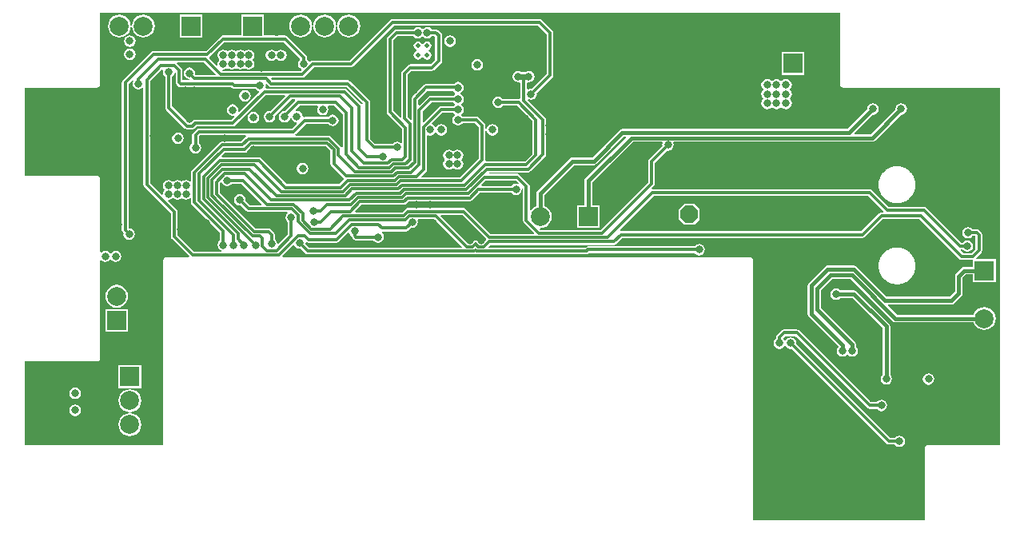
<source format=gbl>
G04*
G04 #@! TF.GenerationSoftware,Altium Limited,Altium Designer,19.1.9 (167)*
G04*
G04 Layer_Physical_Order=4*
G04 Layer_Color=13727573*
%FSLAX44Y44*%
%MOMM*%
G71*
G01*
G75*
%ADD14C,0.3000*%
%ADD15C,0.6000*%
%ADD16C,0.4000*%
%ADD94P,1.9483X8X112.5*%
%ADD95C,1.8000*%
%ADD96C,2.0000*%
%ADD97R,2.0000X2.0000*%
%ADD98R,2.0000X2.0000*%
%ADD99C,5.1000*%
%ADD100C,0.8000*%
%ADD101C,0.5000*%
G36*
X295010Y412943D02*
X294896Y411474D01*
X294674Y411325D01*
X293348Y409340D01*
X292882Y406999D01*
X293348Y404658D01*
X294674Y402673D01*
X296506Y401449D01*
X296851Y400661D01*
X296596Y400217D01*
X295988Y399569D01*
X213302D01*
X213195Y399748D01*
X213995Y400884D01*
X214000Y400882D01*
X216341Y401348D01*
X217511Y402130D01*
X218500Y402593D01*
X219489Y402130D01*
X220659Y401348D01*
X223000Y400882D01*
X225341Y401348D01*
X226511Y402130D01*
X227500Y402593D01*
X228489Y402130D01*
X229659Y401348D01*
X232000Y400882D01*
X234341Y401348D01*
X235511Y402130D01*
X236500Y402593D01*
X237489Y402130D01*
X238659Y401348D01*
X241000Y400882D01*
X243341Y401348D01*
X245326Y402674D01*
X246652Y404659D01*
X247118Y407000D01*
X246652Y409341D01*
X245870Y410511D01*
X245407Y411500D01*
X245870Y412489D01*
X246652Y413659D01*
X247118Y416000D01*
X246652Y418341D01*
X245326Y420326D01*
X243341Y421652D01*
X241000Y422118D01*
X238659Y421652D01*
X237489Y420870D01*
X236500Y420407D01*
X235511Y420870D01*
X234341Y421652D01*
X232000Y422118D01*
X229659Y421652D01*
X228489Y420870D01*
X227500Y420407D01*
X226511Y420870D01*
X225341Y421652D01*
X223000Y422118D01*
X220659Y421652D01*
X219489Y420870D01*
X218500Y420407D01*
X217511Y420870D01*
X216341Y421652D01*
X214000Y422118D01*
X211659Y421652D01*
X209674Y420326D01*
X208348Y418341D01*
X207882Y416000D01*
X208348Y413659D01*
X209130Y412489D01*
X209593Y411500D01*
X209130Y410511D01*
X208348Y409341D01*
X207882Y407000D01*
X208141Y405702D01*
X206970Y405077D01*
X199268Y412779D01*
X199429Y414414D01*
X199523Y414477D01*
X214978Y429931D01*
X278022D01*
X295010Y412943D01*
D02*
G37*
G36*
X205711Y396242D02*
X205225Y395069D01*
X184978D01*
X183940Y396107D01*
X184118Y397000D01*
X183652Y399341D01*
X182326Y401326D01*
X180341Y402652D01*
X178000Y403117D01*
X175659Y402652D01*
X173674Y401326D01*
X172348Y399341D01*
X171882Y397000D01*
X172348Y394659D01*
X173674Y392674D01*
X175659Y391348D01*
X177903Y390902D01*
X178033Y390836D01*
X177371Y389569D01*
X170508D01*
Y400060D01*
X170237Y401426D01*
X169463Y402584D01*
X164885Y407161D01*
X165397Y408431D01*
X193522D01*
X205711Y396242D01*
D02*
G37*
G36*
X556431Y438522D02*
Y396478D01*
X540893Y380940D01*
X540000Y381118D01*
X537659Y380652D01*
X536839Y380104D01*
X535569Y380783D01*
Y386766D01*
X536550Y387571D01*
X537500Y387383D01*
X539841Y387848D01*
X541826Y389174D01*
X543152Y391159D01*
X543618Y393500D01*
X543152Y395841D01*
X541826Y397826D01*
X539841Y399152D01*
X537500Y399618D01*
X535159Y399152D01*
X534330Y398598D01*
X529670D01*
X528841Y399152D01*
X526500Y399618D01*
X524159Y399152D01*
X522174Y397826D01*
X520848Y395841D01*
X520382Y393500D01*
X520848Y391159D01*
X522174Y389174D01*
X524159Y387848D01*
X526500Y387383D01*
X527450Y387571D01*
X528431Y386766D01*
Y370680D01*
X527161Y369717D01*
X526650Y369819D01*
X510082D01*
X509576Y370576D01*
X507591Y371902D01*
X505250Y372368D01*
X502909Y371902D01*
X500924Y370576D01*
X499598Y368591D01*
X499132Y366250D01*
X499598Y363909D01*
X500924Y361924D01*
X502909Y360598D01*
X505250Y360132D01*
X507591Y360598D01*
X509576Y361924D01*
X510082Y362681D01*
X525171D01*
X541431Y346421D01*
Y311478D01*
X533522Y303569D01*
X492747D01*
X491737Y304839D01*
X491819Y305250D01*
Y335839D01*
X493089Y335964D01*
X493348Y334659D01*
X494674Y332674D01*
X496659Y331348D01*
X499000Y330882D01*
X501341Y331348D01*
X503326Y332674D01*
X504652Y334659D01*
X505117Y337000D01*
X504652Y339341D01*
X503326Y341326D01*
X501341Y342652D01*
X499000Y343118D01*
X496659Y342652D01*
X494674Y341326D01*
X493348Y339341D01*
X493089Y338036D01*
X491819Y338162D01*
Y341750D01*
X491547Y343116D01*
X490773Y344273D01*
X484773Y350273D01*
X483616Y351047D01*
X482250Y351319D01*
X467332D01*
X466826Y352076D01*
X466019Y352615D01*
Y353885D01*
X466826Y354424D01*
X468152Y356409D01*
X468618Y358750D01*
X468152Y361091D01*
X466826Y363076D01*
X466019Y363615D01*
Y364885D01*
X466826Y365424D01*
X468152Y367409D01*
X468618Y369750D01*
X468152Y372091D01*
X466826Y374076D01*
X465418Y375017D01*
Y376483D01*
X466826Y377424D01*
X468152Y379409D01*
X468618Y381750D01*
X468152Y384091D01*
X466826Y386076D01*
X464841Y387402D01*
X462500Y387868D01*
X460159Y387402D01*
X458174Y386076D01*
X457835Y385569D01*
X429000D01*
X427634Y385297D01*
X426477Y384523D01*
X414477Y372523D01*
X413703Y371366D01*
X413431Y370000D01*
Y348275D01*
X412258Y347789D01*
X409569Y350478D01*
Y395522D01*
X413478Y399431D01*
X435000D01*
X436366Y399703D01*
X437523Y400477D01*
X444523Y407477D01*
X445297Y408634D01*
X445569Y410000D01*
Y437000D01*
X445297Y438366D01*
X444523Y439523D01*
X441524Y442523D01*
X440367Y443296D01*
X439001Y443568D01*
X434831D01*
X434325Y444325D01*
X432340Y445651D01*
X429999Y446117D01*
X427658Y445651D01*
X425798Y444408D01*
X425360Y444267D01*
X424638D01*
X424202Y444408D01*
X422341Y445652D01*
X420000Y446118D01*
X417659Y445652D01*
X415674Y444326D01*
X415168Y443569D01*
X397000D01*
X395634Y443297D01*
X394477Y442523D01*
X387977Y436023D01*
X387203Y434866D01*
X386931Y433500D01*
Y356000D01*
X387203Y354634D01*
X387977Y353477D01*
X403432Y338022D01*
Y323283D01*
X402161Y322935D01*
X400341Y324152D01*
X398000Y324618D01*
X395659Y324152D01*
X393674Y322826D01*
X393168Y322069D01*
X374978D01*
X369569Y327478D01*
Y366000D01*
X369297Y367366D01*
X368523Y368523D01*
X348523Y388523D01*
X347366Y389297D01*
X346000Y389569D01*
X266378D01*
X264688Y391258D01*
X265174Y392431D01*
X297900D01*
X299265Y392703D01*
X300423Y393477D01*
X310378Y403431D01*
X349000D01*
X350366Y403703D01*
X351523Y404477D01*
X394478Y447431D01*
X547522D01*
X556431Y438522D01*
D02*
G37*
G36*
X866936Y385250D02*
X867189Y383982D01*
X867907Y382907D01*
X868057Y382807D01*
X868157Y382657D01*
X869232Y381939D01*
X870500Y381686D01*
X1036686D01*
Y3064D01*
X960250D01*
X958982Y2811D01*
X957907Y2093D01*
X957189Y1018D01*
X956936Y-250D01*
Y-76686D01*
X775064D01*
Y198750D01*
X774811Y200018D01*
X774093Y201093D01*
X773018Y201811D01*
X771750Y202064D01*
X276870D01*
X276384Y203237D01*
X288165Y215018D01*
X288544Y214903D01*
X289450Y214507D01*
X290674Y212674D01*
X292659Y211348D01*
X295000Y210882D01*
X295893Y211060D01*
X300977Y205977D01*
X302134Y205203D01*
X303500Y204931D01*
X479763D01*
X481000Y205177D01*
X482237Y204931D01*
X598692D01*
X600057Y205203D01*
X601215Y205977D01*
X601670Y206431D01*
X713168D01*
X713674Y205674D01*
X715659Y204348D01*
X718000Y203883D01*
X720341Y204348D01*
X722326Y205674D01*
X723652Y207659D01*
X724118Y210000D01*
X723652Y212341D01*
X722326Y214326D01*
X720341Y215652D01*
X718000Y216118D01*
X715659Y215652D01*
X713674Y214326D01*
X713168Y213569D01*
X600192D01*
X598826Y213297D01*
X597668Y212523D01*
X597214Y212069D01*
X495674D01*
X495188Y213242D01*
X496878Y214931D01*
X627760D01*
X629126Y215203D01*
X630284Y215977D01*
X636739Y222431D01*
X891000D01*
X892366Y222703D01*
X893523Y223477D01*
X912478Y242431D01*
X951522D01*
X993477Y200477D01*
X994634Y199703D01*
X996000Y199431D01*
X1008000D01*
Y191978D01*
X998900D01*
X997339Y191668D01*
X996016Y190784D01*
X996016Y190784D01*
X990116Y184884D01*
X989232Y183561D01*
X988922Y182000D01*
X988922Y182000D01*
Y165689D01*
X983311Y160078D01*
X916689D01*
X884884Y191884D01*
X883561Y192768D01*
X882000Y193078D01*
X882000Y193078D01*
X854000D01*
X854000Y193078D01*
X852439Y192768D01*
X851116Y191884D01*
X851116Y191884D01*
X834116Y174884D01*
X833232Y173561D01*
X832922Y172000D01*
X832922Y172000D01*
Y142000D01*
X832922Y142000D01*
X833232Y140439D01*
X834116Y139116D01*
X865695Y107537D01*
X865674Y107326D01*
X864348Y105341D01*
X863883Y103000D01*
X864348Y100659D01*
X865674Y98674D01*
X867659Y97348D01*
X870000Y96882D01*
X872341Y97348D01*
X874326Y98674D01*
X874365Y98733D01*
X875635D01*
X875674Y98674D01*
X877659Y97348D01*
X880000Y96882D01*
X882341Y97348D01*
X884326Y98674D01*
X885652Y100659D01*
X886117Y103000D01*
X885652Y105341D01*
X884326Y107326D01*
X884078Y107491D01*
Y110000D01*
X884078Y110000D01*
X883768Y111561D01*
X882884Y112884D01*
X847078Y148689D01*
Y167311D01*
X858689Y178922D01*
X878311D01*
X923016Y134216D01*
X923016Y134216D01*
X924339Y133332D01*
X925900Y133022D01*
X925900Y133022D01*
X1008701D01*
X1009518Y131048D01*
X1011441Y128541D01*
X1013948Y126618D01*
X1016867Y125409D01*
X1020000Y124996D01*
X1023133Y125409D01*
X1026052Y126618D01*
X1028559Y128541D01*
X1030482Y131048D01*
X1031691Y133967D01*
X1032104Y137100D01*
X1031691Y140233D01*
X1030482Y143152D01*
X1028559Y145659D01*
X1026052Y147582D01*
X1023133Y148791D01*
X1020000Y149204D01*
X1016867Y148791D01*
X1013948Y147582D01*
X1011441Y145659D01*
X1009518Y143152D01*
X1008701Y141178D01*
X927589D01*
X918019Y150748D01*
X918505Y151922D01*
X985000D01*
X985000Y151922D01*
X986561Y152232D01*
X987884Y153116D01*
X995884Y161116D01*
X996768Y162439D01*
X997078Y164000D01*
Y180311D01*
X1000589Y183822D01*
X1008000D01*
Y175900D01*
X1032000D01*
Y199900D01*
X1011743D01*
X1011217Y201170D01*
X1016781Y206734D01*
X1017554Y207892D01*
X1017826Y209257D01*
Y225985D01*
X1017554Y227351D01*
X1016781Y228509D01*
X1014766Y230523D01*
X1013608Y231297D01*
X1012243Y231569D01*
X1007439D01*
X1006934Y232326D01*
X1004949Y233652D01*
X1002608Y234118D01*
X1000267Y233652D01*
X998282Y232326D01*
X996956Y230341D01*
X996490Y228000D01*
X996956Y225659D01*
X998282Y223674D01*
X1000267Y222348D01*
X1002608Y221882D01*
X1004949Y222348D01*
X1006934Y223674D01*
X1007439Y224431D01*
X1010689D01*
Y210735D01*
X1006522Y206569D01*
X997478D01*
X994885Y209161D01*
X995411Y210431D01*
X997168D01*
X997674Y209674D01*
X999659Y208348D01*
X1002000Y207882D01*
X1004341Y208348D01*
X1006326Y209674D01*
X1007652Y211659D01*
X1008118Y214000D01*
X1007652Y216341D01*
X1006326Y218326D01*
X1004341Y219652D01*
X1002000Y220117D01*
X999659Y219652D01*
X997674Y218326D01*
X997168Y217569D01*
X995478D01*
X958523Y254523D01*
X957366Y255297D01*
X956000Y255569D01*
X918478D01*
X901023Y273023D01*
X899866Y273797D01*
X898500Y274069D01*
X668411D01*
X668286Y274207D01*
X667801Y275254D01*
X670023Y277477D01*
X670797Y278634D01*
X671069Y280000D01*
Y302023D01*
X684106Y315060D01*
X684999Y314882D01*
X687340Y315347D01*
X689324Y316674D01*
X690650Y318658D01*
X691116Y320999D01*
X690688Y323151D01*
X691232Y324421D01*
X901382D01*
X901382Y324421D01*
X902943Y324731D01*
X904266Y325616D01*
X931708Y353058D01*
X932000Y353000D01*
X934341Y353466D01*
X936326Y354792D01*
X937652Y356777D01*
X938118Y359118D01*
X937652Y361459D01*
X936326Y363443D01*
X934341Y364769D01*
X932000Y365235D01*
X929659Y364769D01*
X927674Y363443D01*
X926348Y361459D01*
X925882Y359118D01*
X925940Y358826D01*
X899693Y332578D01*
X882887D01*
X882401Y333751D01*
X901708Y353058D01*
X902000Y353000D01*
X904341Y353466D01*
X906326Y354792D01*
X907652Y356777D01*
X908118Y359118D01*
X907652Y361459D01*
X906326Y363443D01*
X904341Y364769D01*
X902000Y365235D01*
X899659Y364769D01*
X897674Y363443D01*
X896348Y361459D01*
X895882Y359118D01*
X895940Y358826D01*
X875192Y338078D01*
X636499D01*
X636499Y338078D01*
X634939Y337767D01*
X633615Y336883D01*
X633615Y336883D01*
X604561Y307828D01*
X583750D01*
X583750Y307828D01*
X582189Y307518D01*
X580866Y306634D01*
X580866Y306634D01*
X546716Y272484D01*
X545832Y271161D01*
X545522Y269600D01*
X545522Y269600D01*
Y256299D01*
X543548Y255482D01*
X541041Y253559D01*
X539839Y251991D01*
X538569Y252422D01*
Y277500D01*
X538297Y278866D01*
X537523Y280023D01*
X528023Y289523D01*
X526866Y290297D01*
X525500Y290569D01*
X496074D01*
X495395Y291839D01*
X495457Y291931D01*
X536864D01*
X538230Y292203D01*
X539387Y292977D01*
X555023Y308613D01*
X555797Y309770D01*
X556069Y311136D01*
Y347500D01*
X555797Y348866D01*
X555023Y350023D01*
X536354Y368693D01*
X537164Y369679D01*
X537659Y369348D01*
X540000Y368882D01*
X542341Y369348D01*
X544326Y370674D01*
X545652Y372659D01*
X546118Y375000D01*
X545940Y375893D01*
X562523Y392477D01*
X563297Y393634D01*
X563569Y395000D01*
Y440000D01*
X563297Y441366D01*
X562523Y442523D01*
X551523Y453523D01*
X550366Y454297D01*
X549000Y454569D01*
X393000D01*
X391634Y454297D01*
X390477Y453523D01*
X347522Y410569D01*
X308900D01*
X307534Y410297D01*
X306376Y409523D01*
X305835Y408981D01*
X305455Y409096D01*
X304550Y409493D01*
X303325Y411325D01*
X302568Y411831D01*
Y414001D01*
X302296Y415366D01*
X301523Y416524D01*
X282023Y436023D01*
X280866Y436797D01*
X279500Y437069D01*
X257200D01*
Y459000D01*
X233200D01*
Y437069D01*
X213500D01*
X212134Y436797D01*
X210977Y436023D01*
X195522Y420569D01*
X140000D01*
X138634Y420297D01*
X137477Y419523D01*
X107477Y389523D01*
X106703Y388366D01*
X106431Y387000D01*
Y231000D01*
X106703Y229634D01*
X107477Y228477D01*
X108435Y227518D01*
X108258Y226625D01*
X108723Y224284D01*
X110049Y222299D01*
X112034Y220973D01*
X114375Y220508D01*
X116716Y220973D01*
X118701Y222299D01*
X120027Y224284D01*
X120493Y226625D01*
X120027Y228966D01*
X118701Y230951D01*
X116716Y232277D01*
X114375Y232743D01*
X113569Y233404D01*
Y385522D01*
X117692Y389646D01*
X118679Y388836D01*
X118348Y388341D01*
X117882Y386000D01*
X118348Y383659D01*
X119674Y381674D01*
X121659Y380348D01*
X124000Y379883D01*
X126341Y380348D01*
X128161Y381564D01*
X129431Y381217D01*
Y279000D01*
X129703Y277634D01*
X130477Y276477D01*
X158431Y248522D01*
Y224000D01*
X158703Y222634D01*
X159477Y221477D01*
X177716Y203237D01*
X177230Y202064D01*
X153750D01*
X152482Y201811D01*
X151407Y201093D01*
X150689Y200018D01*
X150436Y198750D01*
Y3314D01*
X3314D01*
Y91686D01*
X80000D01*
X81268Y91939D01*
X82343Y92657D01*
X83061Y93732D01*
X83314Y95000D01*
Y198425D01*
X84584Y198810D01*
X84674Y198674D01*
X86659Y197348D01*
X89000Y196882D01*
X91341Y197348D01*
X93326Y198674D01*
X93865Y199481D01*
X95135D01*
X95674Y198674D01*
X97659Y197348D01*
X100000Y196882D01*
X102341Y197348D01*
X104326Y198674D01*
X105652Y200659D01*
X106117Y203000D01*
X105652Y205341D01*
X104326Y207326D01*
X102341Y208652D01*
X100000Y209118D01*
X97659Y208652D01*
X95674Y207326D01*
X95135Y206519D01*
X93865D01*
X93326Y207326D01*
X91341Y208652D01*
X89000Y209118D01*
X86659Y208652D01*
X84674Y207326D01*
X84584Y207190D01*
X83314Y207575D01*
Y285000D01*
X83061Y286268D01*
X82343Y287343D01*
X81268Y288061D01*
X80000Y288314D01*
X79875Y288289D01*
X79750Y288314D01*
X3314D01*
Y381686D01*
X80000D01*
X81268Y381939D01*
X82343Y382657D01*
X83061Y383732D01*
X83314Y385000D01*
Y461436D01*
X866936D01*
Y385250D01*
D02*
G37*
G36*
X262376Y383477D02*
X263534Y382703D01*
X264900Y382431D01*
X344522D01*
X361985Y364969D01*
X362002Y364665D01*
X361985Y364621D01*
X360559Y364470D01*
X360523Y364523D01*
X345163Y379884D01*
X344005Y380658D01*
X342639Y380929D01*
X259576D01*
X258759Y382199D01*
X259117Y383999D01*
X258883Y385173D01*
X260054Y385799D01*
X262376Y383477D01*
D02*
G37*
G36*
X458174Y377424D02*
X459582Y376483D01*
Y375017D01*
X458174Y374076D01*
X457501Y373069D01*
X433393D01*
X432028Y372797D01*
X430870Y372023D01*
X421742Y362895D01*
X420569Y363381D01*
Y368522D01*
X430478Y378431D01*
X457501D01*
X458174Y377424D01*
D02*
G37*
G36*
X150226Y400383D02*
X150312Y400161D01*
X149882Y398000D01*
X150348Y395659D01*
X151674Y393674D01*
X152431Y393168D01*
Y360669D01*
X152703Y359304D01*
X153477Y358146D01*
X172943Y338680D01*
X174100Y337906D01*
X175466Y337635D01*
X181265D01*
X182631Y337906D01*
X183789Y338680D01*
X185540Y340431D01*
X224000D01*
X225366Y340703D01*
X226523Y341477D01*
X258839Y373792D01*
X279086D01*
X279572Y372619D01*
X263893Y356940D01*
X263000Y357118D01*
X260659Y356652D01*
X258674Y355326D01*
X257348Y353341D01*
X256882Y351000D01*
X257348Y348659D01*
X258674Y346674D01*
X260659Y345348D01*
X263000Y344883D01*
X265341Y345348D01*
X267326Y346674D01*
X268652Y348659D01*
X269118Y351000D01*
X268940Y351893D01*
X286339Y369292D01*
X289751D01*
X290277Y368022D01*
X279311Y357056D01*
X279000Y357118D01*
X276659Y356652D01*
X274674Y355326D01*
X273348Y353341D01*
X272882Y351000D01*
X273348Y348659D01*
X274674Y346674D01*
X276659Y345348D01*
X279000Y344883D01*
X281341Y345348D01*
X283326Y346674D01*
X284652Y348659D01*
X284853Y349668D01*
X286147D01*
X286348Y348659D01*
X287674Y346674D01*
X289659Y345348D01*
X291199Y345042D01*
X291617Y343664D01*
X286522Y338569D01*
X188000D01*
X186634Y338297D01*
X185477Y337523D01*
X181977Y334023D01*
X181203Y332866D01*
X180931Y331500D01*
Y322832D01*
X180174Y322326D01*
X178848Y320341D01*
X178382Y318000D01*
X178848Y315659D01*
X180174Y313674D01*
X182159Y312348D01*
X184500Y311882D01*
X186841Y312348D01*
X188826Y313674D01*
X190152Y315659D01*
X190618Y318000D01*
X190152Y320341D01*
X188826Y322326D01*
X188069Y322832D01*
Y330022D01*
X189478Y331431D01*
X237798D01*
X238184Y330161D01*
X237976Y330023D01*
X232522Y324569D01*
X212636D01*
X211270Y324297D01*
X210113Y323523D01*
X180977Y294387D01*
X180203Y293230D01*
X179931Y291864D01*
Y282783D01*
X178661Y282435D01*
X176841Y283652D01*
X174500Y284118D01*
X172159Y283652D01*
X170989Y282870D01*
X170000Y282407D01*
X169011Y282870D01*
X167841Y283652D01*
X165500Y284118D01*
X163159Y283652D01*
X161644Y282639D01*
X160750Y282427D01*
X159856Y282639D01*
X158341Y283652D01*
X156000Y284118D01*
X153659Y283652D01*
X151674Y282326D01*
X150348Y280341D01*
X149882Y278000D01*
X150348Y275659D01*
X151130Y274489D01*
X151593Y273500D01*
X151130Y272511D01*
X150348Y271341D01*
X149882Y269000D01*
X149911Y268854D01*
X148792Y268255D01*
X136569Y280478D01*
Y388522D01*
X148727Y400680D01*
X148825Y400712D01*
X150226Y400383D01*
D02*
G37*
G36*
X163371Y397392D02*
Y387757D01*
X163643Y386392D01*
X164417Y385234D01*
X166174Y383477D01*
X167332Y382703D01*
X168697Y382431D01*
X222421D01*
X223376Y381477D01*
X224534Y380703D01*
X225900Y380431D01*
X248167D01*
X248674Y379674D01*
X250658Y378347D01*
X251541Y378172D01*
X251910Y376956D01*
X231030Y356077D01*
X229859Y356702D01*
X230117Y358000D01*
X229652Y360341D01*
X228326Y362326D01*
X226341Y363652D01*
X224000Y364118D01*
X221659Y363652D01*
X219674Y362326D01*
X218348Y360341D01*
X217882Y358000D01*
X218348Y355659D01*
X219674Y353674D01*
X221659Y352348D01*
X224000Y351883D01*
X225298Y352141D01*
X225923Y350970D01*
X222522Y347569D01*
X184062D01*
X182696Y347297D01*
X181539Y346523D01*
X179787Y344772D01*
X176944D01*
X159569Y362147D01*
Y393168D01*
X160326Y393674D01*
X161652Y395659D01*
X161880Y396805D01*
X163300Y397435D01*
X163371Y397392D01*
D02*
G37*
G36*
X340431Y353834D02*
Y319144D01*
X340063Y319009D01*
X339161Y318932D01*
X338523Y319887D01*
X328388Y330023D01*
X327230Y330796D01*
X325865Y331068D01*
X290701D01*
X290316Y332338D01*
X290523Y332477D01*
X301478Y343431D01*
X325167D01*
X325674Y342674D01*
X327658Y341347D01*
X329999Y340882D01*
X332340Y341347D01*
X334325Y342674D01*
X335651Y344658D01*
X336117Y346999D01*
X335651Y349340D01*
X334325Y351325D01*
X332340Y352651D01*
X329999Y353117D01*
X327658Y352651D01*
X325674Y351325D01*
X325168Y350569D01*
X300000D01*
X299299Y350429D01*
X298974Y350586D01*
X298088Y351293D01*
X298043Y351376D01*
X297652Y353341D01*
X296326Y355326D01*
X294341Y356652D01*
X292000Y357118D01*
X291079Y356934D01*
X290453Y358105D01*
X295140Y362792D01*
X313578D01*
X314257Y361522D01*
X313709Y360702D01*
X313243Y358361D01*
X313709Y356020D01*
X315035Y354035D01*
X317020Y352709D01*
X319361Y352243D01*
X321702Y352709D01*
X323686Y354035D01*
X325013Y356020D01*
X325478Y358361D01*
X325013Y360702D01*
X324464Y361522D01*
X325143Y362792D01*
X331474D01*
X340431Y353834D01*
D02*
G37*
G36*
X415674Y435674D02*
X417659Y434348D01*
X420000Y433882D01*
X422341Y434348D01*
X424326Y435674D01*
X424364Y435732D01*
X425634D01*
X425673Y435673D01*
X427658Y434347D01*
X429999Y433882D01*
X432340Y434347D01*
X434325Y435673D01*
X434831Y436431D01*
X437523D01*
X438431Y435522D01*
Y411478D01*
X433522Y406569D01*
X412000D01*
X410634Y406297D01*
X409477Y405523D01*
X403477Y399523D01*
X402703Y398366D01*
X402431Y397000D01*
Y350775D01*
X401258Y350289D01*
X394069Y357478D01*
Y432022D01*
X398478Y436431D01*
X415168D01*
X415674Y435674D01*
D02*
G37*
G36*
X458174Y365424D02*
X458981Y364885D01*
Y363615D01*
X458174Y363076D01*
X457668Y362319D01*
X444851D01*
X443485Y362047D01*
X442327Y361273D01*
X426242Y345188D01*
X425069Y345674D01*
Y356128D01*
X434872Y365931D01*
X457835D01*
X458174Y365424D01*
D02*
G37*
G36*
Y354424D02*
X458981Y353885D01*
Y352615D01*
X458174Y352076D01*
X456848Y350091D01*
X456382Y347750D01*
X456848Y345409D01*
X458174Y343424D01*
X460159Y342098D01*
X462500Y341632D01*
X464841Y342098D01*
X466826Y343424D01*
X467332Y344181D01*
X480772D01*
X484682Y340272D01*
Y306728D01*
X464521Y286568D01*
X424274D01*
X423788Y287741D01*
X428523Y292477D01*
X429297Y293634D01*
X429569Y295000D01*
Y330765D01*
X429918Y330952D01*
X430839Y331312D01*
X433000Y330882D01*
X435341Y331348D01*
X437326Y332674D01*
X438266Y334082D01*
X439734D01*
X440674Y332674D01*
X442659Y331348D01*
X445000Y330882D01*
X447341Y331348D01*
X449326Y332674D01*
X450652Y334659D01*
X451118Y337000D01*
X450652Y339341D01*
X449326Y341326D01*
X447341Y342652D01*
X445000Y343118D01*
X442659Y342652D01*
X440674Y341326D01*
X439734Y339918D01*
X438266D01*
X437326Y341326D01*
X435493Y342550D01*
X435097Y343455D01*
X434982Y343835D01*
X446329Y355181D01*
X457668D01*
X458174Y354424D01*
D02*
G37*
G36*
X640480Y328748D02*
X597516Y285784D01*
X596632Y284461D01*
X596322Y282900D01*
X596322Y282900D01*
Y257000D01*
X588400D01*
Y233000D01*
X612400D01*
Y257000D01*
X604478D01*
Y281211D01*
X647689Y324421D01*
X678765D01*
X679309Y323151D01*
X678881Y320999D01*
X679059Y320106D01*
X664977Y306024D01*
X664203Y304866D01*
X663931Y303501D01*
Y281478D01*
X613522Y231068D01*
X549713D01*
X549254Y231661D01*
X549421Y232257D01*
X549832Y232927D01*
X552733Y233309D01*
X555652Y234518D01*
X558158Y236441D01*
X560082Y238948D01*
X561291Y241867D01*
X561704Y245000D01*
X561291Y248133D01*
X560082Y251052D01*
X558158Y253559D01*
X555652Y255482D01*
X553678Y256299D01*
Y267911D01*
X585439Y299672D01*
X606250D01*
X606250Y299672D01*
X607811Y299982D01*
X609134Y300866D01*
X638189Y329921D01*
X639994D01*
X640480Y328748D01*
D02*
G37*
G36*
X526548Y280906D02*
X525922Y279735D01*
X524000Y280117D01*
X521659Y279652D01*
X519674Y278326D01*
X519168Y277569D01*
X488011D01*
X487525Y278742D01*
X492215Y283431D01*
X524022D01*
X526548Y280906D01*
D02*
G37*
G36*
X327431Y314522D02*
Y301000D01*
X327703Y299634D01*
X328477Y298477D01*
X341477Y285477D01*
X341562Y284609D01*
X336522Y279569D01*
X281478D01*
X254024Y307023D01*
X252866Y307796D01*
X251501Y308068D01*
X212774D01*
X212288Y309241D01*
X215978Y312931D01*
X236601D01*
X237966Y313203D01*
X239124Y313977D01*
X244578Y319431D01*
X322523D01*
X327431Y314522D01*
D02*
G37*
G36*
X531431Y275389D02*
Y240508D01*
X531703Y239142D01*
X532477Y237985D01*
X542719Y227742D01*
X542234Y226569D01*
X497478D01*
X471024Y253023D01*
X469866Y253796D01*
X468501Y254068D01*
X409236D01*
X407870Y253796D01*
X406712Y253023D01*
X403258Y249568D01*
X354002D01*
X353516Y250741D01*
X360206Y257431D01*
X405100D01*
X406466Y257703D01*
X407624Y258477D01*
X410578Y261431D01*
X475100D01*
X476466Y261703D01*
X477623Y262476D01*
X485579Y270431D01*
X519168D01*
X519674Y269674D01*
X521659Y268348D01*
X524000Y267882D01*
X526341Y268348D01*
X528326Y269674D01*
X529652Y271659D01*
X530117Y274000D01*
X529949Y274848D01*
X531091Y275614D01*
X531431Y275389D01*
D02*
G37*
G36*
X170989Y264130D02*
X172159Y263348D01*
X174500Y262882D01*
X176841Y263348D01*
X178661Y264564D01*
X179931Y264217D01*
Y260399D01*
X180203Y259034D01*
X180977Y257876D01*
X210431Y228421D01*
Y219832D01*
X209674Y219326D01*
X208348Y217341D01*
X207882Y215000D01*
X208348Y212659D01*
X209674Y210674D01*
X211659Y209348D01*
X211707Y209339D01*
X211582Y208069D01*
X182978D01*
X165569Y225478D01*
Y250000D01*
X165297Y251366D01*
X164523Y252523D01*
X155255Y261791D01*
X155854Y262911D01*
X156000Y262882D01*
X158341Y263348D01*
X159856Y264361D01*
X160750Y264573D01*
X161644Y264361D01*
X163159Y263348D01*
X165500Y262882D01*
X167841Y263348D01*
X169011Y264130D01*
X170000Y264593D01*
X170989Y264130D01*
D02*
G37*
G36*
X211544Y281402D02*
X212450Y281006D01*
X213674Y279174D01*
X215659Y277848D01*
X218000Y277382D01*
X220341Y277848D01*
X222325Y279174D01*
X222831Y279931D01*
X233022D01*
X254711Y258242D01*
X254225Y257069D01*
X242478D01*
X237440Y262107D01*
X237618Y263000D01*
X237152Y265341D01*
X235826Y267326D01*
X233841Y268652D01*
X231500Y269118D01*
X229159Y268652D01*
X227174Y267326D01*
X225848Y265341D01*
X225383Y263000D01*
X225848Y260659D01*
X227174Y258674D01*
X229159Y257348D01*
X231500Y256882D01*
X232393Y257060D01*
X238477Y250977D01*
X239634Y250203D01*
X241000Y249931D01*
X281792D01*
X282177Y248661D01*
X281674Y248325D01*
X280348Y246341D01*
X279882Y244000D01*
X280348Y241658D01*
X281674Y239674D01*
X282431Y239168D01*
Y226478D01*
X272336Y216383D01*
X270958Y216801D01*
X270652Y218341D01*
X269326Y220326D01*
X268569Y220832D01*
Y226000D01*
X268297Y227366D01*
X267523Y228523D01*
X264523Y231523D01*
X263366Y232297D01*
X262000Y232569D01*
X248232D01*
X210068Y270733D01*
Y280421D01*
X211165Y281517D01*
X211544Y281402D01*
D02*
G37*
G36*
X466812Y213242D02*
X466326Y212069D01*
X304978D01*
X301033Y216014D01*
X301169Y217282D01*
X302217Y217982D01*
X302634Y217703D01*
X304000Y217431D01*
X334100D01*
X335466Y217703D01*
X336624Y218477D01*
X346164Y228017D01*
X346544Y227902D01*
X347449Y227506D01*
X348674Y225674D01*
X349431Y225168D01*
Y225001D01*
X349702Y223635D01*
X350476Y222477D01*
X351977Y220977D01*
X353134Y220203D01*
X354500Y219931D01*
X373168D01*
X373674Y219174D01*
X375659Y217848D01*
X378000Y217383D01*
X380341Y217848D01*
X382326Y219174D01*
X383652Y221159D01*
X384118Y223500D01*
X383652Y225841D01*
X382326Y227826D01*
X381779Y228191D01*
X381917Y228964D01*
X382209Y229431D01*
X408000D01*
X409365Y229703D01*
X410523Y230477D01*
X413106Y233060D01*
X413999Y232882D01*
X416340Y233348D01*
X418325Y234674D01*
X419651Y236658D01*
X420117Y239000D01*
X419687Y241161D01*
X420047Y242081D01*
X420234Y242431D01*
X437623D01*
X466812Y213242D01*
D02*
G37*
G36*
X913211Y250742D02*
X912725Y249569D01*
X911000D01*
X909634Y249297D01*
X908477Y248523D01*
X889522Y229569D01*
X635260D01*
X635174Y229552D01*
X633717Y230534D01*
X633671Y230774D01*
X669828Y266931D01*
X897022D01*
X913211Y250742D01*
D02*
G37*
G36*
X492016Y221937D02*
X492014Y220161D01*
X488421Y216569D01*
X485579D01*
X483523Y218624D01*
X483523Y218624D01*
X482366Y219397D01*
X481000Y219669D01*
X479634Y219397D01*
X478477Y218624D01*
X478477Y218624D01*
X476421Y216569D01*
X473579D01*
X444390Y245758D01*
X444876Y246931D01*
X467022D01*
X492016Y221937D01*
D02*
G37*
%LPC*%
G36*
X275000Y422118D02*
X272659Y421652D01*
X270798Y420408D01*
X270362Y420267D01*
X269638D01*
X269202Y420408D01*
X267341Y421652D01*
X265000Y422118D01*
X262659Y421652D01*
X260674Y420326D01*
X259348Y418341D01*
X258883Y416000D01*
X259348Y413659D01*
X260674Y411674D01*
X262659Y410348D01*
X265000Y409883D01*
X267341Y410348D01*
X269202Y411592D01*
X269638Y411733D01*
X270362D01*
X270798Y411592D01*
X272659Y410348D01*
X275000Y409883D01*
X277341Y410348D01*
X279326Y411674D01*
X280652Y413659D01*
X281117Y416000D01*
X280652Y418341D01*
X279326Y420326D01*
X277341Y421652D01*
X275000Y422118D01*
D02*
G37*
G36*
X454000Y437118D02*
X451659Y436652D01*
X449674Y435326D01*
X448348Y433341D01*
X447882Y431000D01*
X448348Y428659D01*
X449674Y426674D01*
X451659Y425348D01*
X454000Y424883D01*
X456341Y425348D01*
X458326Y426674D01*
X459652Y428659D01*
X460118Y431000D01*
X459652Y433341D01*
X458326Y435326D01*
X456341Y436652D01*
X454000Y437118D01*
D02*
G37*
G36*
X483000Y412118D02*
X480659Y411652D01*
X478674Y410326D01*
X477348Y408341D01*
X476883Y406000D01*
X477348Y403659D01*
X478674Y401674D01*
X480659Y400348D01*
X483000Y399883D01*
X485341Y400348D01*
X487326Y401674D01*
X488652Y403659D01*
X489118Y406000D01*
X488652Y408341D01*
X487326Y410326D01*
X485341Y411652D01*
X483000Y412118D01*
D02*
G37*
G36*
X346800Y459104D02*
X343667Y458691D01*
X340748Y457482D01*
X338242Y455559D01*
X336318Y453052D01*
X335109Y450133D01*
X334815Y447904D01*
X334740Y447335D01*
X333460D01*
X333385Y447904D01*
X333091Y450133D01*
X331882Y453052D01*
X329958Y455559D01*
X327452Y457482D01*
X324533Y458691D01*
X321400Y459104D01*
X318267Y458691D01*
X315348Y457482D01*
X312841Y455559D01*
X310918Y453052D01*
X309709Y450133D01*
X309415Y447904D01*
X309340Y447335D01*
X308060D01*
X307985Y447904D01*
X307691Y450133D01*
X306482Y453052D01*
X304559Y455559D01*
X302052Y457482D01*
X299133Y458691D01*
X296000Y459104D01*
X292867Y458691D01*
X289948Y457482D01*
X287442Y455559D01*
X285518Y453052D01*
X284309Y450133D01*
X283896Y447000D01*
X284309Y443867D01*
X285518Y440948D01*
X287442Y438442D01*
X289948Y436518D01*
X292867Y435309D01*
X296000Y434896D01*
X299133Y435309D01*
X302052Y436518D01*
X304559Y438442D01*
X306482Y440948D01*
X307691Y443867D01*
X307985Y446096D01*
X308060Y446665D01*
X309340D01*
X309415Y446096D01*
X309709Y443867D01*
X310918Y440948D01*
X312841Y438442D01*
X315348Y436518D01*
X318267Y435309D01*
X321400Y434896D01*
X324533Y435309D01*
X327452Y436518D01*
X329958Y438442D01*
X331882Y440948D01*
X333091Y443867D01*
X333385Y446096D01*
X333460Y446665D01*
X334740D01*
X334815Y446096D01*
X335109Y443867D01*
X336318Y440948D01*
X338242Y438442D01*
X340748Y436518D01*
X343667Y435309D01*
X346800Y434896D01*
X349933Y435309D01*
X352852Y436518D01*
X355359Y438442D01*
X357282Y440948D01*
X358491Y443867D01*
X358904Y447000D01*
X358491Y450133D01*
X357282Y453052D01*
X355359Y455559D01*
X352852Y457482D01*
X349933Y458691D01*
X346800Y459104D01*
D02*
G37*
G36*
X129300D02*
X126167Y458691D01*
X123248Y457482D01*
X120742Y455559D01*
X118818Y453052D01*
X117609Y450133D01*
X117316Y447904D01*
X117240Y447335D01*
X115960D01*
X115885Y447904D01*
X115591Y450133D01*
X114382Y453052D01*
X112458Y455559D01*
X109952Y457482D01*
X107033Y458691D01*
X103900Y459104D01*
X100767Y458691D01*
X97848Y457482D01*
X95342Y455559D01*
X93418Y453052D01*
X92209Y450133D01*
X91796Y447000D01*
X92209Y443867D01*
X93418Y440948D01*
X95342Y438442D01*
X97848Y436518D01*
X100767Y435309D01*
X103900Y434896D01*
X107033Y435309D01*
X109952Y436518D01*
X112458Y438442D01*
X114382Y440948D01*
X115591Y443867D01*
X115885Y446096D01*
X115960Y446665D01*
X117240D01*
X117316Y446096D01*
X117609Y443867D01*
X118818Y440948D01*
X120742Y438442D01*
X123248Y436518D01*
X126167Y435309D01*
X129300Y434896D01*
X132433Y435309D01*
X135352Y436518D01*
X137858Y438442D01*
X139782Y440948D01*
X140991Y443867D01*
X141404Y447000D01*
X140991Y450133D01*
X139782Y453052D01*
X137858Y455559D01*
X135352Y457482D01*
X132433Y458691D01*
X129300Y459104D01*
D02*
G37*
G36*
X192100Y459000D02*
X168100D01*
Y435000D01*
X192100D01*
Y459000D01*
D02*
G37*
G36*
X115000Y437118D02*
X112659Y436652D01*
X110674Y435326D01*
X109348Y433341D01*
X108883Y431000D01*
X109348Y428659D01*
X110674Y426674D01*
X112659Y425348D01*
X115000Y424882D01*
X117341Y425348D01*
X119326Y426674D01*
X120652Y428659D01*
X121117Y431000D01*
X120652Y433341D01*
X119326Y435326D01*
X117341Y436652D01*
X115000Y437118D01*
D02*
G37*
G36*
Y423117D02*
X112659Y422652D01*
X110674Y421326D01*
X109348Y419341D01*
X108883Y417000D01*
X109348Y414659D01*
X110674Y412674D01*
X112659Y411348D01*
X115000Y410882D01*
X117341Y411348D01*
X119326Y412674D01*
X120652Y414659D01*
X121117Y417000D01*
X120652Y419341D01*
X119326Y421326D01*
X117341Y422652D01*
X115000Y423117D01*
D02*
G37*
G36*
X829500Y419300D02*
X805500D01*
Y395300D01*
X829500D01*
Y419300D01*
D02*
G37*
G36*
X810000Y391118D02*
X807659Y390652D01*
X805798Y389408D01*
X805362Y389267D01*
X804638D01*
X804202Y389408D01*
X802341Y390652D01*
X800000Y391118D01*
X797659Y390652D01*
X795798Y389408D01*
X795362Y389267D01*
X794638D01*
X794202Y389408D01*
X792341Y390652D01*
X790000Y391118D01*
X787659Y390652D01*
X785674Y389326D01*
X784348Y387341D01*
X783883Y385000D01*
X784348Y382659D01*
X785592Y380798D01*
X785733Y380362D01*
Y379638D01*
X785592Y379202D01*
X784348Y377341D01*
X783883Y375000D01*
X784348Y372659D01*
X785592Y370798D01*
X785733Y370362D01*
Y369638D01*
X785592Y369202D01*
X784348Y367341D01*
X783883Y365000D01*
X784348Y362659D01*
X785674Y360674D01*
X787659Y359348D01*
X790000Y358882D01*
X792341Y359348D01*
X794202Y360592D01*
X794638Y360733D01*
X795362D01*
X795798Y360592D01*
X797659Y359348D01*
X800000Y358882D01*
X802341Y359348D01*
X804202Y360592D01*
X804638Y360733D01*
X805362D01*
X805798Y360592D01*
X807659Y359348D01*
X810000Y358882D01*
X812341Y359348D01*
X814326Y360674D01*
X815652Y362659D01*
X816117Y365000D01*
X815652Y367341D01*
X814408Y369202D01*
X814267Y369638D01*
Y370362D01*
X814408Y370798D01*
X815652Y372659D01*
X816117Y375000D01*
X815652Y377341D01*
X814408Y379202D01*
X814267Y379638D01*
Y380362D01*
X814408Y380798D01*
X815652Y382659D01*
X816117Y385000D01*
X815652Y387341D01*
X814326Y389326D01*
X812341Y390652D01*
X810000Y391118D01*
D02*
G37*
G36*
X927553Y298538D02*
X927500Y298529D01*
X927447Y298538D01*
X926531Y298514D01*
X926478Y298503D01*
X926424Y298509D01*
X925511Y298437D01*
X925459Y298422D01*
X925405Y298426D01*
X924496Y298306D01*
X924445Y298289D01*
X924391Y298290D01*
X923490Y298123D01*
X923440Y298103D01*
X923385Y298100D01*
X922495Y297887D01*
X922445Y297864D01*
X922392Y297859D01*
X921513Y297599D01*
X921465Y297574D01*
X921412Y297566D01*
X920548Y297260D01*
X920501Y297232D01*
X920448Y297222D01*
X919602Y296871D01*
X919557Y296841D01*
X919504Y296828D01*
X918677Y296433D01*
X918634Y296401D01*
X918582Y296385D01*
X917777Y295947D01*
X917735Y295913D01*
X917684Y295894D01*
X916903Y295415D01*
X916864Y295379D01*
X916814Y295357D01*
X916059Y294838D01*
X916021Y294799D01*
X915972Y294776D01*
X915246Y294218D01*
X915210Y294177D01*
X915163Y294151D01*
X914466Y293556D01*
X914432Y293513D01*
X914387Y293484D01*
X913722Y292854D01*
X913691Y292809D01*
X913646Y292778D01*
X913016Y292113D01*
X912987Y292068D01*
X912944Y292034D01*
X912349Y291338D01*
X912323Y291290D01*
X912282Y291255D01*
X911724Y290528D01*
X911701Y290479D01*
X911662Y290441D01*
X911143Y289686D01*
X911121Y289636D01*
X911085Y289597D01*
X910606Y288815D01*
X910587Y288765D01*
X910553Y288723D01*
X910115Y287918D01*
X910099Y287866D01*
X910067Y287823D01*
X909672Y286996D01*
X909659Y286943D01*
X909629Y286898D01*
X909278Y286052D01*
X909268Y285999D01*
X909240Y285952D01*
X908934Y285089D01*
X908926Y285035D01*
X908901Y284987D01*
X908641Y284109D01*
X908636Y284055D01*
X908613Y284005D01*
X908400Y283114D01*
X908397Y283060D01*
X908377Y283010D01*
X908210Y282109D01*
X908211Y282055D01*
X908194Y282004D01*
X908074Y281095D01*
X908078Y281041D01*
X908063Y280989D01*
X907991Y280076D01*
X907997Y280022D01*
X907986Y279969D01*
X907962Y279053D01*
X907971Y279000D01*
X907962Y278947D01*
X907986Y278031D01*
X907997Y277978D01*
X907991Y277924D01*
X908063Y277011D01*
X908078Y276959D01*
X908074Y276905D01*
X908194Y275996D01*
X908211Y275945D01*
X908210Y275891D01*
X908377Y274990D01*
X908397Y274940D01*
X908400Y274886D01*
X908613Y273995D01*
X908636Y273946D01*
X908641Y273892D01*
X908901Y273013D01*
X908926Y272965D01*
X908934Y272912D01*
X909240Y272048D01*
X909268Y272001D01*
X909278Y271948D01*
X909629Y271102D01*
X909659Y271057D01*
X909672Y271004D01*
X910067Y270177D01*
X910099Y270134D01*
X910115Y270082D01*
X910553Y269277D01*
X910587Y269235D01*
X910606Y269184D01*
X911085Y268403D01*
X911121Y268364D01*
X911143Y268314D01*
X911662Y267559D01*
X911700Y267521D01*
X911724Y267472D01*
X912282Y266745D01*
X912323Y266710D01*
X912349Y266663D01*
X912944Y265966D01*
X912987Y265932D01*
X913016Y265887D01*
X913646Y265222D01*
X913691Y265191D01*
X913722Y265146D01*
X914387Y264516D01*
X914432Y264487D01*
X914466Y264444D01*
X915163Y263849D01*
X915210Y263823D01*
X915246Y263782D01*
X915972Y263224D01*
X916021Y263200D01*
X916059Y263162D01*
X916814Y262643D01*
X916864Y262621D01*
X916903Y262585D01*
X917684Y262106D01*
X917735Y262087D01*
X917777Y262052D01*
X918582Y261615D01*
X918634Y261599D01*
X918677Y261567D01*
X919504Y261172D01*
X919557Y261159D01*
X919602Y261129D01*
X920448Y260778D01*
X920501Y260768D01*
X920548Y260740D01*
X921412Y260434D01*
X921465Y260427D01*
X921513Y260401D01*
X922392Y260141D01*
X922446Y260136D01*
X922495Y260114D01*
X923385Y259900D01*
X923440Y259897D01*
X923490Y259877D01*
X924391Y259710D01*
X924445Y259711D01*
X924496Y259694D01*
X925405Y259574D01*
X925459Y259578D01*
X925511Y259563D01*
X926424Y259491D01*
X926478Y259497D01*
X926531Y259485D01*
X927447Y259461D01*
X927500Y259471D01*
X927553Y259461D01*
X928469Y259485D01*
X928522Y259497D01*
X928576Y259491D01*
X929489Y259563D01*
X929541Y259578D01*
X929595Y259574D01*
X930504Y259694D01*
X930555Y259711D01*
X930609Y259710D01*
X931510Y259877D01*
X931560Y259897D01*
X931615Y259900D01*
X932505Y260113D01*
X932555Y260136D01*
X932608Y260141D01*
X933487Y260401D01*
X933535Y260427D01*
X933588Y260434D01*
X934452Y260740D01*
X934499Y260768D01*
X934552Y260778D01*
X935398Y261129D01*
X935443Y261159D01*
X935496Y261172D01*
X936323Y261567D01*
X936366Y261599D01*
X936418Y261615D01*
X937223Y262052D01*
X937265Y262087D01*
X937316Y262106D01*
X938097Y262585D01*
X938136Y262621D01*
X938186Y262643D01*
X938941Y263162D01*
X938979Y263200D01*
X939028Y263224D01*
X939754Y263782D01*
X939790Y263823D01*
X939837Y263849D01*
X940534Y264444D01*
X940568Y264487D01*
X940613Y264516D01*
X941278Y265147D01*
X941309Y265191D01*
X941354Y265222D01*
X941984Y265886D01*
X942013Y265932D01*
X942056Y265966D01*
X942651Y266663D01*
X942677Y266710D01*
X942718Y266745D01*
X943276Y267472D01*
X943299Y267521D01*
X943338Y267559D01*
X943857Y268314D01*
X943879Y268364D01*
X943915Y268403D01*
X944394Y269185D01*
X944413Y269235D01*
X944447Y269277D01*
X944885Y270082D01*
X944901Y270134D01*
X944933Y270177D01*
X945328Y271004D01*
X945341Y271057D01*
X945371Y271102D01*
X945722Y271948D01*
X945732Y272001D01*
X945760Y272048D01*
X946066Y272911D01*
X946074Y272965D01*
X946099Y273013D01*
X946359Y273892D01*
X946364Y273946D01*
X946386Y273995D01*
X946600Y274886D01*
X946603Y274940D01*
X946623Y274990D01*
X946790Y275891D01*
X946789Y275945D01*
X946806Y275996D01*
X946926Y276905D01*
X946922Y276959D01*
X946937Y277011D01*
X947009Y277924D01*
X947003Y277978D01*
X947014Y278031D01*
X947038Y278947D01*
X947029Y279000D01*
X947038Y279053D01*
X947014Y279969D01*
X947003Y280022D01*
X947009Y280076D01*
X946937Y280989D01*
X946922Y281041D01*
X946926Y281095D01*
X946806Y282004D01*
X946789Y282055D01*
X946790Y282109D01*
X946623Y283010D01*
X946603Y283060D01*
X946600Y283114D01*
X946387Y284005D01*
X946364Y284055D01*
X946359Y284109D01*
X946099Y284987D01*
X946074Y285035D01*
X946066Y285089D01*
X945760Y285952D01*
X945732Y285999D01*
X945722Y286052D01*
X945371Y286898D01*
X945341Y286943D01*
X945328Y286996D01*
X944933Y287823D01*
X944901Y287866D01*
X944885Y287918D01*
X944447Y288723D01*
X944413Y288765D01*
X944394Y288815D01*
X943915Y289597D01*
X943879Y289636D01*
X943857Y289686D01*
X943338Y290441D01*
X943300Y290479D01*
X943276Y290528D01*
X942718Y291255D01*
X942677Y291290D01*
X942651Y291338D01*
X942056Y292034D01*
X942013Y292068D01*
X941984Y292113D01*
X941354Y292778D01*
X941309Y292809D01*
X941278Y292854D01*
X940613Y293484D01*
X940568Y293513D01*
X940534Y293556D01*
X939837Y294151D01*
X939790Y294177D01*
X939754Y294218D01*
X939028Y294776D01*
X938979Y294800D01*
X938941Y294838D01*
X938186Y295357D01*
X938136Y295379D01*
X938097Y295415D01*
X937316Y295894D01*
X937265Y295913D01*
X937223Y295947D01*
X936418Y296385D01*
X936366Y296401D01*
X936323Y296433D01*
X935496Y296828D01*
X935443Y296841D01*
X935398Y296871D01*
X934552Y297222D01*
X934499Y297232D01*
X934452Y297260D01*
X933588Y297566D01*
X933535Y297574D01*
X933487Y297599D01*
X932608Y297859D01*
X932555Y297864D01*
X932505Y297887D01*
X931615Y298100D01*
X931560Y298103D01*
X931510Y298123D01*
X930609Y298290D01*
X930555Y298289D01*
X930504Y298306D01*
X929595Y298426D01*
X929541Y298422D01*
X929489Y298437D01*
X928576Y298509D01*
X928522Y298503D01*
X928469Y298514D01*
X927553Y298538D01*
D02*
G37*
G36*
X927553Y212539D02*
X927500Y212529D01*
X927447Y212539D01*
X926531Y212514D01*
X926478Y212502D01*
X926424Y212509D01*
X925511Y212437D01*
X925459Y212422D01*
X925405Y212426D01*
X924496Y212306D01*
X924445Y212289D01*
X924391Y212290D01*
X923490Y212123D01*
X923440Y212103D01*
X923385Y212100D01*
X922495Y211887D01*
X922445Y211864D01*
X922392Y211859D01*
X921513Y211599D01*
X921465Y211574D01*
X921412Y211566D01*
X920548Y211260D01*
X920501Y211232D01*
X920448Y211222D01*
X919602Y210871D01*
X919557Y210841D01*
X919504Y210828D01*
X918677Y210433D01*
X918634Y210401D01*
X918582Y210385D01*
X917777Y209947D01*
X917735Y209913D01*
X917684Y209894D01*
X916903Y209415D01*
X916864Y209379D01*
X916814Y209357D01*
X916059Y208838D01*
X916021Y208799D01*
X915972Y208776D01*
X915246Y208218D01*
X915210Y208177D01*
X915163Y208151D01*
X914466Y207556D01*
X914432Y207513D01*
X914387Y207484D01*
X913722Y206854D01*
X913691Y206809D01*
X913646Y206778D01*
X913016Y206113D01*
X912987Y206068D01*
X912944Y206034D01*
X912349Y205338D01*
X912323Y205290D01*
X912282Y205254D01*
X911724Y204528D01*
X911701Y204479D01*
X911662Y204441D01*
X911143Y203686D01*
X911121Y203636D01*
X911085Y203597D01*
X910606Y202815D01*
X910587Y202765D01*
X910553Y202723D01*
X910115Y201918D01*
X910099Y201866D01*
X910067Y201823D01*
X909672Y200996D01*
X909659Y200943D01*
X909629Y200898D01*
X909278Y200052D01*
X909268Y199999D01*
X909240Y199952D01*
X908934Y199088D01*
X908926Y199035D01*
X908901Y198987D01*
X908641Y198109D01*
X908636Y198055D01*
X908613Y198005D01*
X908400Y197115D01*
X908397Y197060D01*
X908377Y197010D01*
X908210Y196109D01*
X908211Y196055D01*
X908194Y196004D01*
X908074Y195095D01*
X908078Y195041D01*
X908063Y194989D01*
X907991Y194076D01*
X907997Y194022D01*
X907986Y193969D01*
X907962Y193053D01*
X907971Y193000D01*
X907962Y192947D01*
X907986Y192031D01*
X907997Y191978D01*
X907991Y191924D01*
X908063Y191011D01*
X908078Y190959D01*
X908074Y190905D01*
X908194Y189996D01*
X908211Y189945D01*
X908210Y189891D01*
X908377Y188990D01*
X908397Y188940D01*
X908400Y188886D01*
X908613Y187995D01*
X908636Y187945D01*
X908641Y187892D01*
X908901Y187013D01*
X908926Y186965D01*
X908934Y186912D01*
X909240Y186048D01*
X909268Y186001D01*
X909278Y185948D01*
X909629Y185102D01*
X909659Y185057D01*
X909672Y185004D01*
X910067Y184177D01*
X910099Y184134D01*
X910115Y184082D01*
X910553Y183277D01*
X910587Y183235D01*
X910606Y183185D01*
X911085Y182403D01*
X911121Y182364D01*
X911143Y182314D01*
X911662Y181559D01*
X911700Y181521D01*
X911724Y181472D01*
X912282Y180746D01*
X912323Y180710D01*
X912349Y180662D01*
X912944Y179966D01*
X912987Y179932D01*
X913016Y179887D01*
X913646Y179222D01*
X913691Y179191D01*
X913722Y179146D01*
X914387Y178516D01*
X914432Y178487D01*
X914466Y178444D01*
X915163Y177849D01*
X915210Y177823D01*
X915246Y177782D01*
X915972Y177224D01*
X916021Y177201D01*
X916059Y177162D01*
X916814Y176643D01*
X916864Y176621D01*
X916903Y176585D01*
X917684Y176106D01*
X917735Y176087D01*
X917777Y176052D01*
X918582Y175615D01*
X918634Y175599D01*
X918677Y175567D01*
X919504Y175172D01*
X919557Y175159D01*
X919602Y175129D01*
X920448Y174778D01*
X920501Y174768D01*
X920548Y174740D01*
X921412Y174434D01*
X921465Y174426D01*
X921513Y174401D01*
X922392Y174141D01*
X922446Y174136D01*
X922495Y174113D01*
X923385Y173900D01*
X923440Y173897D01*
X923490Y173877D01*
X924391Y173710D01*
X924445Y173711D01*
X924496Y173694D01*
X925405Y173574D01*
X925459Y173578D01*
X925511Y173563D01*
X926424Y173491D01*
X926478Y173497D01*
X926531Y173486D01*
X927447Y173461D01*
X927500Y173471D01*
X927553Y173461D01*
X928469Y173486D01*
X928522Y173497D01*
X928576Y173491D01*
X929489Y173563D01*
X929541Y173578D01*
X929595Y173574D01*
X930504Y173694D01*
X930555Y173711D01*
X930609Y173710D01*
X931510Y173877D01*
X931560Y173897D01*
X931615Y173900D01*
X932505Y174113D01*
X932555Y174136D01*
X932608Y174141D01*
X933487Y174401D01*
X933535Y174426D01*
X933588Y174434D01*
X934452Y174740D01*
X934499Y174768D01*
X934552Y174778D01*
X935398Y175129D01*
X935443Y175159D01*
X935496Y175172D01*
X936323Y175567D01*
X936366Y175599D01*
X936418Y175615D01*
X937223Y176052D01*
X937265Y176087D01*
X937316Y176106D01*
X938097Y176585D01*
X938137Y176621D01*
X938186Y176643D01*
X938941Y177162D01*
X938979Y177201D01*
X939028Y177224D01*
X939754Y177782D01*
X939790Y177823D01*
X939837Y177849D01*
X940534Y178444D01*
X940568Y178487D01*
X940613Y178516D01*
X941278Y179146D01*
X941309Y179191D01*
X941354Y179222D01*
X941984Y179886D01*
X942013Y179932D01*
X942056Y179966D01*
X942651Y180662D01*
X942677Y180710D01*
X942718Y180746D01*
X943276Y181472D01*
X943299Y181521D01*
X943338Y181559D01*
X943857Y182314D01*
X943879Y182364D01*
X943915Y182403D01*
X944394Y183185D01*
X944413Y183235D01*
X944447Y183277D01*
X944885Y184082D01*
X944901Y184134D01*
X944933Y184177D01*
X945328Y185004D01*
X945341Y185057D01*
X945371Y185102D01*
X945722Y185948D01*
X945732Y186001D01*
X945760Y186048D01*
X946066Y186912D01*
X946074Y186965D01*
X946099Y187013D01*
X946359Y187892D01*
X946364Y187945D01*
X946386Y187995D01*
X946600Y188885D01*
X946603Y188940D01*
X946623Y188990D01*
X946790Y189891D01*
X946789Y189945D01*
X946806Y189996D01*
X946926Y190905D01*
X946922Y190959D01*
X946937Y191011D01*
X947009Y191924D01*
X947003Y191978D01*
X947014Y192031D01*
X947038Y192947D01*
X947029Y193000D01*
X947038Y193053D01*
X947014Y193969D01*
X947003Y194022D01*
X947009Y194076D01*
X946937Y194989D01*
X946922Y195041D01*
X946926Y195095D01*
X946806Y196004D01*
X946789Y196055D01*
X946790Y196109D01*
X946623Y197010D01*
X946603Y197060D01*
X946600Y197115D01*
X946386Y198005D01*
X946364Y198055D01*
X946359Y198108D01*
X946099Y198987D01*
X946074Y199035D01*
X946066Y199088D01*
X945760Y199952D01*
X945732Y199999D01*
X945722Y200052D01*
X945371Y200898D01*
X945341Y200943D01*
X945328Y200996D01*
X944933Y201823D01*
X944901Y201866D01*
X944885Y201918D01*
X944447Y202723D01*
X944413Y202765D01*
X944394Y202815D01*
X943915Y203597D01*
X943879Y203636D01*
X943857Y203686D01*
X943338Y204441D01*
X943300Y204479D01*
X943276Y204528D01*
X942718Y205254D01*
X942677Y205290D01*
X942651Y205338D01*
X942056Y206034D01*
X942013Y206068D01*
X941984Y206113D01*
X941354Y206778D01*
X941309Y206809D01*
X941278Y206854D01*
X940613Y207484D01*
X940568Y207513D01*
X940534Y207556D01*
X939837Y208151D01*
X939790Y208177D01*
X939754Y208218D01*
X939028Y208776D01*
X938979Y208800D01*
X938941Y208838D01*
X938186Y209357D01*
X938136Y209379D01*
X938097Y209415D01*
X937316Y209894D01*
X937265Y209913D01*
X937223Y209947D01*
X936418Y210385D01*
X936366Y210401D01*
X936323Y210433D01*
X935496Y210828D01*
X935443Y210841D01*
X935398Y210871D01*
X934552Y211222D01*
X934499Y211232D01*
X934452Y211260D01*
X933588Y211566D01*
X933535Y211574D01*
X933487Y211599D01*
X932608Y211859D01*
X932555Y211864D01*
X932505Y211887D01*
X931615Y212100D01*
X931560Y212103D01*
X931510Y212123D01*
X930609Y212290D01*
X930555Y212289D01*
X930504Y212306D01*
X929595Y212426D01*
X929541Y212422D01*
X929489Y212437D01*
X928576Y212509D01*
X928522Y212502D01*
X928469Y212514D01*
X927553Y212539D01*
D02*
G37*
G36*
X101000Y172804D02*
X97867Y172391D01*
X94948Y171182D01*
X92442Y169258D01*
X90518Y166752D01*
X89309Y163833D01*
X88896Y160700D01*
X89309Y157567D01*
X90518Y154648D01*
X92442Y152142D01*
X94948Y150218D01*
X97867Y149009D01*
X101000Y148596D01*
X104133Y149009D01*
X107052Y150218D01*
X109558Y152142D01*
X111482Y154648D01*
X112691Y157567D01*
X113104Y160700D01*
X112691Y163833D01*
X111482Y166752D01*
X109558Y169258D01*
X107052Y171182D01*
X104133Y172391D01*
X101000Y172804D01*
D02*
G37*
G36*
X113000Y147300D02*
X89000D01*
Y123300D01*
X113000D01*
Y147300D01*
D02*
G37*
G36*
X863000Y169118D02*
X860659Y168652D01*
X858674Y167326D01*
X857348Y165341D01*
X856882Y163000D01*
X857348Y160659D01*
X858674Y158674D01*
X860659Y157348D01*
X863000Y156882D01*
X865341Y157348D01*
X867326Y158674D01*
X867491Y158922D01*
X880311D01*
X912172Y127061D01*
Y77741D01*
X911924Y77576D01*
X910598Y75591D01*
X910133Y73250D01*
X910598Y70909D01*
X911924Y68924D01*
X913909Y67598D01*
X916250Y67133D01*
X918591Y67598D01*
X920576Y68924D01*
X921902Y70909D01*
X922367Y73250D01*
X921902Y75591D01*
X920576Y77576D01*
X920328Y77741D01*
Y128750D01*
X920018Y130311D01*
X919134Y131634D01*
X919134Y131634D01*
X884884Y165884D01*
X883561Y166768D01*
X882000Y167078D01*
X882000Y167078D01*
X867491D01*
X867326Y167326D01*
X865341Y168652D01*
X863000Y169118D01*
D02*
G37*
G36*
X961000Y79117D02*
X958659Y78652D01*
X956674Y77326D01*
X955348Y75341D01*
X954882Y73000D01*
X955348Y70659D01*
X956674Y68674D01*
X958659Y67348D01*
X961000Y66883D01*
X963341Y67348D01*
X965326Y68674D01*
X966652Y70659D01*
X967117Y73000D01*
X966652Y75341D01*
X965326Y77326D01*
X963341Y78652D01*
X961000Y79117D01*
D02*
G37*
G36*
X127000Y87400D02*
X103000D01*
Y63400D01*
X127000D01*
Y87400D01*
D02*
G37*
G36*
X57000Y64117D02*
X54659Y63652D01*
X52674Y62326D01*
X51348Y60341D01*
X50883Y58000D01*
X51348Y55659D01*
X52674Y53674D01*
X54659Y52348D01*
X57000Y51882D01*
X59341Y52348D01*
X61326Y53674D01*
X62652Y55659D01*
X63118Y58000D01*
X62652Y60341D01*
X61326Y62326D01*
X59341Y63652D01*
X57000Y64117D01*
D02*
G37*
G36*
X821323Y125569D02*
X808000D01*
X806634Y125297D01*
X805477Y124523D01*
X800477Y119523D01*
X799703Y118366D01*
X799431Y117000D01*
Y115832D01*
X798674Y115326D01*
X797348Y113341D01*
X796882Y111000D01*
X797348Y108659D01*
X798674Y106674D01*
X800659Y105348D01*
X803000Y104882D01*
X805341Y105348D01*
X807326Y106674D01*
X808267Y108082D01*
X809734D01*
X810674Y106674D01*
X812659Y105348D01*
X815000Y104882D01*
X815893Y105060D01*
X916477Y4477D01*
X917634Y3703D01*
X919000Y3431D01*
X925168D01*
X925674Y2674D01*
X927659Y1348D01*
X930000Y882D01*
X932341Y1348D01*
X934326Y2674D01*
X935652Y4659D01*
X936117Y7000D01*
X935652Y9341D01*
X934326Y11326D01*
X932341Y12652D01*
X930000Y13118D01*
X927659Y12652D01*
X925674Y11326D01*
X925168Y10569D01*
X920478D01*
X820940Y110107D01*
X821117Y111000D01*
X820652Y113341D01*
X819326Y115326D01*
X817341Y116652D01*
X815000Y117118D01*
X812659Y116652D01*
X810674Y115326D01*
X809734Y113918D01*
X808267D01*
X807326Y115326D01*
X807240Y116194D01*
X809478Y118431D01*
X819845D01*
X895800Y42477D01*
X896958Y41703D01*
X898324Y41431D01*
X906168D01*
X906674Y40674D01*
X908659Y39348D01*
X911000Y38883D01*
X913341Y39348D01*
X915326Y40674D01*
X916652Y42659D01*
X917117Y45000D01*
X916652Y47341D01*
X915326Y49326D01*
X913341Y50652D01*
X911000Y51118D01*
X908659Y50652D01*
X906674Y49326D01*
X906168Y48569D01*
X899802D01*
X823847Y124523D01*
X822689Y125297D01*
X821323Y125569D01*
D02*
G37*
G36*
X57000Y46118D02*
X54659Y45652D01*
X52674Y44326D01*
X51348Y42341D01*
X50882Y40000D01*
X51348Y37659D01*
X52674Y35674D01*
X54659Y34348D01*
X57000Y33883D01*
X59341Y34348D01*
X61326Y35674D01*
X62652Y37659D01*
X63117Y40000D01*
X62652Y42341D01*
X61326Y44326D01*
X59341Y45652D01*
X57000Y46118D01*
D02*
G37*
G36*
X115000Y62104D02*
X111867Y61691D01*
X108948Y60482D01*
X106441Y58559D01*
X104518Y56052D01*
X103309Y53133D01*
X102896Y50000D01*
X103309Y46867D01*
X104518Y43948D01*
X106441Y41441D01*
X108948Y39518D01*
X111867Y38309D01*
X114096Y38015D01*
X114665Y37940D01*
Y36660D01*
X114096Y36584D01*
X111867Y36291D01*
X108948Y35082D01*
X106441Y33159D01*
X104518Y30652D01*
X103309Y27733D01*
X102896Y24600D01*
X103309Y21467D01*
X104518Y18548D01*
X106441Y16042D01*
X108948Y14118D01*
X111867Y12909D01*
X115000Y12496D01*
X118133Y12909D01*
X121052Y14118D01*
X123559Y16042D01*
X125482Y18548D01*
X126691Y21467D01*
X127104Y24600D01*
X126691Y27733D01*
X125482Y30652D01*
X123559Y33159D01*
X121052Y35082D01*
X118133Y36291D01*
X115904Y36584D01*
X115335Y36660D01*
Y37940D01*
X115904Y38015D01*
X118133Y38309D01*
X121052Y39518D01*
X123559Y41441D01*
X125482Y43948D01*
X126691Y46867D01*
X127104Y50000D01*
X126691Y53133D01*
X125482Y56052D01*
X123559Y58559D01*
X121052Y60482D01*
X118133Y61691D01*
X115000Y62104D01*
D02*
G37*
G36*
X246000Y356118D02*
X243659Y355652D01*
X241674Y354326D01*
X240348Y352341D01*
X239883Y350000D01*
X240348Y347659D01*
X241674Y345674D01*
X243659Y344348D01*
X246000Y343882D01*
X248341Y344348D01*
X250326Y345674D01*
X251652Y347659D01*
X252118Y350000D01*
X251652Y352341D01*
X250326Y354326D01*
X248341Y355652D01*
X246000Y356118D01*
D02*
G37*
G36*
X166000Y334118D02*
X163659Y333652D01*
X161674Y332326D01*
X160348Y330341D01*
X159882Y328000D01*
X160348Y325659D01*
X161674Y323674D01*
X163659Y322348D01*
X166000Y321883D01*
X168341Y322348D01*
X170326Y323674D01*
X171652Y325659D01*
X172118Y328000D01*
X171652Y330341D01*
X170326Y332326D01*
X168341Y333652D01*
X166000Y334118D01*
D02*
G37*
G36*
X236999Y379117D02*
X234658Y378651D01*
X232674Y377325D01*
X231348Y375340D01*
X230882Y372999D01*
X231348Y370658D01*
X232674Y368674D01*
X234658Y367347D01*
X236999Y366882D01*
X239341Y367347D01*
X241325Y368674D01*
X242651Y370658D01*
X243117Y372999D01*
X242651Y375340D01*
X241325Y377325D01*
X239341Y378651D01*
X236999Y379117D01*
D02*
G37*
G36*
X430000Y430588D02*
X428244Y430239D01*
X426756Y429244D01*
X425761Y427756D01*
X425648Y427184D01*
X424353D01*
X424239Y427756D01*
X423244Y429244D01*
X421756Y430239D01*
X420000Y430588D01*
X418244Y430239D01*
X416756Y429244D01*
X415761Y427756D01*
X415412Y426000D01*
X415761Y424244D01*
X416756Y422756D01*
X418244Y421761D01*
X418816Y421647D01*
Y420353D01*
X418244Y420239D01*
X416756Y419244D01*
X415761Y417756D01*
X415412Y416000D01*
X415761Y414244D01*
X416756Y412756D01*
X418244Y411761D01*
X420000Y411412D01*
X421756Y411761D01*
X423244Y412756D01*
X424239Y414244D01*
X424353Y414816D01*
X425648D01*
X425761Y414244D01*
X426756Y412756D01*
X428244Y411761D01*
X430000Y411412D01*
X431756Y411761D01*
X433244Y412756D01*
X434239Y414244D01*
X434588Y416000D01*
X434239Y417756D01*
X433244Y419244D01*
X431756Y420239D01*
X431185Y420353D01*
Y421647D01*
X431756Y421761D01*
X433244Y422756D01*
X434239Y424244D01*
X434588Y426000D01*
X434239Y427756D01*
X433244Y429244D01*
X431756Y430239D01*
X430000Y430588D01*
D02*
G37*
G36*
X462000Y316117D02*
X459659Y315652D01*
X458489Y314870D01*
X457500Y314407D01*
X456511Y314870D01*
X455341Y315652D01*
X453000Y316117D01*
X450659Y315652D01*
X448674Y314326D01*
X447348Y312341D01*
X446883Y310000D01*
X447348Y307659D01*
X448130Y306489D01*
X448593Y305500D01*
X448130Y304511D01*
X447348Y303341D01*
X446883Y301000D01*
X447348Y298659D01*
X448674Y296674D01*
X450659Y295348D01*
X453000Y294883D01*
X455341Y295348D01*
X456511Y296130D01*
X457500Y296593D01*
X458489Y296130D01*
X459659Y295348D01*
X462000Y294883D01*
X464341Y295348D01*
X466326Y296674D01*
X467652Y298659D01*
X468117Y301000D01*
X467652Y303341D01*
X466870Y304511D01*
X466407Y305500D01*
X466870Y306489D01*
X467652Y307659D01*
X468117Y310000D01*
X467652Y312341D01*
X466326Y314326D01*
X464341Y315652D01*
X462000Y316117D01*
D02*
G37*
G36*
X298000Y302118D02*
X295659Y301652D01*
X293674Y300326D01*
X292348Y298341D01*
X291882Y296000D01*
X292348Y293659D01*
X293674Y291674D01*
X295659Y290348D01*
X298000Y289883D01*
X300341Y290348D01*
X302326Y291674D01*
X303652Y293659D01*
X304118Y296000D01*
X303652Y298341D01*
X302326Y300326D01*
X300341Y301652D01*
X298000Y302118D01*
D02*
G37*
G36*
X713000Y258500D02*
X702000D01*
X696500Y253000D01*
Y242000D01*
X702000Y236500D01*
X713000D01*
X718500Y242000D01*
Y253000D01*
X713000Y258500D01*
D02*
G37*
%LPD*%
D14*
X213500Y433500D02*
X279500D01*
X299000Y414001D01*
X197000Y417000D02*
X213500Y433500D01*
X549000Y451000D02*
X560000Y440000D01*
X393000Y451000D02*
X549000D01*
X349000Y407000D02*
X393000Y451000D01*
X299000Y406999D02*
Y414001D01*
X495400Y218500D02*
X627760D01*
X489899Y213000D02*
X495400Y218500D01*
X627760D02*
X635260Y226000D01*
X482237Y208500D02*
X598692D01*
X600192Y210000D01*
X718000D01*
X303500Y208500D02*
X479763D01*
X295000Y217000D02*
X303500Y208500D01*
X477900Y213000D02*
X481000Y216101D01*
X439101Y246000D02*
X472100Y213000D01*
X481000Y209736D02*
X482237Y208500D01*
X481000Y209736D02*
X481000D01*
X479763Y208500D02*
X481000Y209736D01*
X472100Y213000D02*
X477900D01*
X620850Y223000D02*
X668350Y270500D01*
X496000Y223000D02*
X620850D01*
X468501Y250499D02*
X496000Y223000D01*
X615000Y227500D02*
X667500Y280000D01*
X548008Y227500D02*
X615000D01*
X535000Y240508D02*
X548008Y227500D01*
X635260Y226000D02*
X891000D01*
X911000Y246000D01*
X481000Y216101D02*
X484100Y213000D01*
X481000Y216101D02*
Y216101D01*
X535000Y240508D02*
Y277500D01*
X411100Y246000D02*
X439101D01*
X484100Y213000D02*
X489899D01*
X409236Y250499D02*
X468501D01*
X484100Y274000D02*
X524000D01*
X475100Y265000D02*
X484100Y274000D01*
X956000Y252000D02*
X994000Y214000D01*
X917000Y252000D02*
X956000D01*
X898500Y270500D02*
X917000Y252000D01*
X668350Y270500D02*
X898500D01*
X667500Y303501D02*
X684999Y320999D01*
X667500Y280000D02*
Y303501D01*
X525500Y287000D02*
X535000Y277500D01*
X490737Y287000D02*
X525500D01*
X409100Y265000D02*
X475100D01*
X405100Y261000D02*
X409100Y265000D01*
X407236Y269499D02*
X473236D01*
X405372Y274000D02*
X471372D01*
X403508Y278500D02*
X469508D01*
X401644Y282999D02*
X465999D01*
X488250Y305250D01*
X469508Y278500D02*
X491009Y300000D01*
X471372Y274000D02*
X492873Y295500D01*
X473236Y269499D02*
X490737Y287000D01*
X225900Y384000D02*
X255000D01*
X404736Y246000D02*
X409236Y250499D01*
X340999Y246000D02*
X404736D01*
X327000Y232000D02*
X340999Y246000D01*
X307101Y232000D02*
X327000D01*
X406600Y241500D02*
X411100Y246000D01*
X347500Y241500D02*
X406600D01*
X378000Y237000D02*
X382000Y233000D01*
X350100Y237000D02*
X378000D01*
X382000Y233000D02*
X408000D01*
X413999Y239000D01*
X333000Y227000D02*
X347500Y241500D01*
X305737Y227000D02*
X333000D01*
X334100Y221000D02*
X350100Y237000D01*
X304000Y221000D02*
X334100D01*
X994000Y214000D02*
X1002000D01*
X953000Y246000D02*
X996000Y203000D01*
X911000Y246000D02*
X953000D01*
X1008000Y203000D02*
X1014257Y209257D01*
X996000Y203000D02*
X1008000D01*
X1012243Y228000D02*
X1014257Y225985D01*
Y209257D02*
Y225985D01*
X1002608Y228000D02*
X1012243D01*
X919000Y7000D02*
X930000D01*
X206500Y269255D02*
X246754Y229000D01*
X206500Y269255D02*
Y281899D01*
X246754Y229000D02*
X262000D01*
X532000Y368000D02*
Y393500D01*
X210008Y304499D02*
X251501D01*
X197500Y265500D02*
X248000Y215000D01*
X346000Y386000D02*
X366000Y366000D01*
X264900Y386000D02*
X346000D01*
X366000Y326000D02*
Y366000D01*
X223899Y386000D02*
X225900Y384000D01*
X257361Y377361D02*
X342639D01*
X224000Y344000D02*
X257361Y377361D01*
X184062Y344000D02*
X224000D01*
X168697Y386000D02*
X223899D01*
X166940Y387757D02*
X168697Y386000D01*
X166940Y387757D02*
Y400060D01*
X288000Y335000D02*
X300000Y347000D01*
X188000Y335000D02*
X288000D01*
X184500Y331500D02*
X188000Y335000D01*
X300000Y347000D02*
X329999D01*
X240499Y327499D02*
X325865D01*
X234000Y321000D02*
X240499Y327499D01*
X325865D02*
X336000Y317364D01*
X243100Y322999D02*
X324001D01*
X331000Y316000D01*
Y301000D02*
Y316000D01*
Y301000D02*
X344000Y288000D01*
X236601Y316500D02*
X243100Y322999D01*
X336000Y310000D02*
Y317364D01*
X279000Y351698D02*
X293662Y366361D01*
X279000Y351000D02*
Y351698D01*
X293662Y366361D02*
X332952D01*
X329999Y347000D02*
X329999Y346999D01*
X184500Y318000D02*
Y331500D01*
X183500Y391500D02*
X259400D01*
X211000Y396000D02*
X297900D01*
X195000Y412000D02*
X211000Y396000D01*
X552500Y311136D02*
Y347500D01*
X532000Y368000D02*
X552500Y347500D01*
X162000Y405000D02*
X166940Y400060D01*
X148000Y405000D02*
X162000D01*
X133000Y390000D02*
X148000Y405000D01*
X133000Y279000D02*
Y390000D01*
X145000Y412000D02*
X195000D01*
X124000Y391000D02*
X145000Y412000D01*
X140000Y417000D02*
X197000D01*
X110000Y387000D02*
X140000Y417000D01*
X124000Y386000D02*
Y391000D01*
X110000Y231000D02*
Y387000D01*
Y231000D02*
X114375Y226625D01*
X156000Y360669D02*
Y398000D01*
X178000Y397000D02*
X183500Y391500D01*
X156000Y360669D02*
X175466Y341203D01*
X181265D01*
X184062Y344000D01*
X280000Y276000D02*
X338000D01*
X251501Y304499D02*
X280000Y276000D01*
X270000Y267000D02*
X342864D01*
X242000Y295000D02*
X270000Y267000D01*
X213237Y295000D02*
X242000D01*
X264500Y262500D02*
X347500D01*
X236501Y290499D02*
X264500Y262500D01*
X215100Y290499D02*
X236501D01*
X397000Y440000D02*
X420000D01*
X390500Y433500D02*
X397000Y440000D01*
X390500Y356000D02*
Y433500D01*
X412000Y403000D02*
X435000D01*
X406000Y397000D02*
X412000Y403000D01*
X406000Y349000D02*
Y397000D01*
X439001Y439999D02*
X442000Y437000D01*
X429999Y439999D02*
X439001D01*
X442000Y410000D02*
Y437000D01*
X435000Y403000D02*
X442000Y410000D01*
X300000Y225000D02*
X304000Y221000D01*
X293100Y225000D02*
X300000D01*
X288000Y219900D02*
X293100Y225000D01*
X259400Y391500D02*
X264900Y386000D01*
X373500Y318500D02*
X398000D01*
X366000Y326000D02*
X373500Y318500D01*
X426000Y295000D02*
Y339899D01*
X418499Y287500D02*
X426000Y295000D01*
X399780Y287500D02*
X418499D01*
X421500Y300500D02*
Y357607D01*
X412999Y291999D02*
X421500Y300500D01*
X397916Y291999D02*
X412999D01*
X417000Y303000D02*
Y370000D01*
X410499Y296499D02*
X417000Y303000D01*
X396052Y296499D02*
X410499D01*
X407000Y309000D02*
Y339500D01*
X403499Y305499D02*
X407000Y309000D01*
X392324Y305499D02*
X403499D01*
X411500Y305500D02*
Y343500D01*
X406999Y300999D02*
X411500Y305500D01*
X394188Y300999D02*
X406999D01*
X345500Y283500D02*
X395780D01*
X388325Y301500D02*
X392324Y305499D01*
X362990Y301500D02*
X388325D01*
X390189Y297000D02*
X394188Y300999D01*
X358000Y297000D02*
X390189D01*
X392053Y292500D02*
X396052Y296499D01*
X353500Y292500D02*
X392053D01*
X393917Y288000D02*
X397916Y291999D01*
X344000Y288000D02*
X393917D01*
X395780Y283500D02*
X399780Y287500D01*
X397644Y279000D02*
X401644Y282999D01*
X348500Y279000D02*
X397644D01*
X399508Y274500D02*
X403508Y278500D01*
X350364Y274500D02*
X399508D01*
X401372Y270000D02*
X405372Y274000D01*
X355000Y270000D02*
X401372D01*
X403236Y265500D02*
X407236Y269499D01*
X356864Y265500D02*
X403236D01*
X358728Y261000D02*
X405100D01*
X366500Y308500D02*
X383000D01*
X358000Y317000D02*
X366500Y308500D01*
X358000Y317000D02*
Y362000D01*
X350000Y314490D02*
X362990Y301500D01*
X344000Y311000D02*
X358000Y297000D01*
X336000Y310000D02*
X353500Y292500D01*
X545000Y310000D02*
Y347900D01*
X526650Y366250D02*
X545000Y347900D01*
X505250Y366250D02*
X526650D01*
X536864Y295500D02*
X552500Y311136D01*
X492873Y295500D02*
X536864D01*
X560000Y395000D02*
Y440000D01*
X540000Y375000D02*
X560000Y395000D01*
X535000Y300000D02*
X545000Y310000D01*
X491009Y300000D02*
X535000D01*
X406000Y349000D02*
X411500Y343500D01*
X347500Y262500D02*
X355000Y270000D01*
X342864Y267000D02*
X350364Y274500D01*
X341000Y271500D02*
X348500Y279000D01*
X342639Y377361D02*
X358000Y362000D01*
X337139Y372861D02*
X350000Y360000D01*
Y314490D02*
Y360000D01*
X332952Y366361D02*
X344000Y355312D01*
Y311000D02*
Y355312D01*
X488250Y305250D02*
Y341750D01*
X133000Y279000D02*
X162000Y250000D01*
X482250Y347750D02*
X488250Y341750D01*
X462500Y347750D02*
X482250D01*
X426000Y339899D02*
X444851Y358750D01*
X462500D01*
X462250Y369500D02*
X462500Y369750D01*
X462250Y382000D02*
X462500Y381750D01*
X162000Y224000D02*
Y250000D01*
Y224000D02*
X181500Y204500D01*
X433393Y369500D02*
X462250D01*
X421500Y357607D02*
X433393Y369500D01*
X417000Y370000D02*
X429000Y382000D01*
X462250D01*
X348319Y250591D02*
X358728Y261000D01*
X349364Y258000D02*
X356864Y265500D01*
X292999Y239737D02*
X305737Y227000D01*
X292999Y239737D02*
Y246899D01*
X288262Y258000D02*
X298000Y248263D01*
Y241101D02*
Y248263D01*
Y241101D02*
X307101Y232000D01*
X286399Y253500D02*
X292999Y246899D01*
X308900Y407000D02*
X349000D01*
X297900Y396000D02*
X308900Y407000D01*
X354500Y223500D02*
X378000D01*
X352999Y225001D02*
X354500Y223500D01*
X352999Y225001D02*
Y230000D01*
X286000Y225000D02*
Y244000D01*
X270000Y209000D02*
X286000Y225000D01*
X260000Y209000D02*
X270000D01*
X309000Y250999D02*
X316999D01*
X309000Y251000D02*
X309000Y250999D01*
X338000Y276000D02*
X345500Y283500D01*
X265000Y216000D02*
Y226000D01*
X262000Y229000D02*
X265000Y226000D01*
X288000Y219900D02*
Y219900D01*
X272600Y204500D02*
X288000Y219900D01*
X310000Y239000D02*
X316636D01*
X316999Y250999D02*
X324000Y258000D01*
X316636Y239000D02*
X328227Y250591D01*
X181500Y204500D02*
X272600D01*
X260000Y258000D02*
X288262D01*
X241000Y253500D02*
X286399D01*
X255000Y214000D02*
X260000Y209000D01*
X255000Y214000D02*
Y222000D01*
X328227Y250591D02*
X348319D01*
X324000Y258000D02*
X349364D01*
X231500Y263000D02*
X241000Y253500D01*
X234501Y283499D02*
X260000Y258000D01*
X212636Y321000D02*
X234000D01*
X183500Y291864D02*
X212636Y321000D01*
X214500Y316500D02*
X236601D01*
X188500Y290500D02*
X214500Y316500D01*
X275500Y271500D02*
X341000D01*
X247001Y299999D02*
X275500Y271500D01*
X211872Y299999D02*
X247001D01*
X193000Y263628D02*
X229500Y227127D01*
X202000Y283763D02*
X213237Y295000D01*
X202000Y267391D02*
Y283763D01*
Y267391D02*
X205182Y264208D01*
Y264182D02*
Y264208D01*
X197500Y285627D02*
X211872Y299999D01*
X197500Y265500D02*
Y285627D01*
X193000Y287491D02*
X210008Y304499D01*
X193000Y263628D02*
Y287491D01*
X188500Y261764D02*
Y290500D01*
Y261764D02*
X225000Y225264D01*
X183500Y260399D02*
X214000Y229900D01*
X183500Y260399D02*
Y291864D01*
X206500Y281899D02*
X215100Y290499D01*
X252500Y224500D02*
X255000Y222000D01*
X244864Y224500D02*
X252500D01*
X205182Y264182D02*
X244864Y224500D01*
X229500Y221500D02*
X236000Y215000D01*
X229500Y221500D02*
Y227127D01*
X218000Y283499D02*
X234501D01*
X225000Y215000D02*
Y225264D01*
X214000Y215000D02*
Y229900D01*
X808000Y122000D02*
X821323D01*
X803000Y117000D02*
X808000Y122000D01*
X803000Y111000D02*
Y117000D01*
X821323Y122000D02*
X898324Y45000D01*
X911000D01*
X815000Y111000D02*
X919000Y7000D01*
X390500Y356000D02*
X407000Y339500D01*
X284861Y372861D02*
X337139D01*
X263000Y351000D02*
X284861Y372861D01*
D15*
X532000Y393500D02*
X537500D01*
X526500D02*
X532000D01*
D16*
X882000Y163000D02*
X916250Y128750D01*
Y73250D02*
Y128750D01*
X870000Y103000D02*
Y109000D01*
X837000Y142000D02*
X870000Y109000D01*
X837000Y142000D02*
Y172000D01*
X880000Y103000D02*
Y110000D01*
X843000Y147000D02*
X880000Y110000D01*
X843000Y147000D02*
Y169000D01*
X993000Y182000D02*
X998900Y187900D01*
X993000Y164000D02*
Y182000D01*
X985000Y156000D02*
X993000Y164000D01*
X998900Y187900D02*
X1020000D01*
X915000Y156000D02*
X985000D01*
X843000Y169000D02*
X857000Y183000D01*
X880000D02*
X925900Y137100D01*
X857000Y183000D02*
X880000D01*
X882000Y189000D02*
X915000Y156000D01*
X854000Y189000D02*
X882000D01*
X925900Y137100D02*
X1020000D01*
X837000Y172000D02*
X854000Y189000D01*
X863000Y163000D02*
X882000D01*
X645999Y328499D02*
X901382D01*
X600400Y282900D02*
X645999Y328499D01*
X600400Y245000D02*
Y282900D01*
X901382Y328499D02*
X932000Y359118D01*
X636499Y333999D02*
X876882D01*
X606250Y303750D02*
X636499Y333999D01*
X583750Y303750D02*
X606250D01*
X876882Y333999D02*
X902000Y359118D01*
X549600Y269600D02*
X583750Y303750D01*
X549600Y245000D02*
Y269600D01*
D94*
X707500Y247500D02*
D03*
D95*
Y297500D02*
D03*
D96*
X549600Y245000D02*
D03*
X575000D02*
D03*
X1020000Y137100D02*
D03*
Y162500D02*
D03*
X103900Y447000D02*
D03*
X154700D02*
D03*
X129300D02*
D03*
X346800D02*
D03*
X321400D02*
D03*
X270600D02*
D03*
X296000D02*
D03*
X101000Y160700D02*
D03*
X115000Y50000D02*
D03*
Y24600D02*
D03*
X817500Y432700D02*
D03*
D97*
X600400Y245000D02*
D03*
X180100Y447000D02*
D03*
X245200D02*
D03*
D98*
X1020000Y187900D02*
D03*
X101000Y135300D02*
D03*
X115000Y75400D02*
D03*
X817500Y407300D02*
D03*
D99*
X995000Y50000D02*
D03*
X45000Y330000D02*
D03*
D100*
X1027749Y216750D02*
D03*
Y120750D02*
D03*
Y88750D02*
D03*
Y56750D02*
D03*
Y24750D02*
D03*
X1011749Y120750D02*
D03*
X1019749Y104750D02*
D03*
X1011749Y88750D02*
D03*
X1019749Y72750D02*
D03*
Y8750D02*
D03*
X1003749Y168750D02*
D03*
X995749Y152750D02*
D03*
Y120750D02*
D03*
X1003749Y104750D02*
D03*
X995749Y88750D02*
D03*
X1003749Y8750D02*
D03*
X987749Y104750D02*
D03*
Y8750D02*
D03*
X963749Y376750D02*
D03*
Y344750D02*
D03*
Y312750D02*
D03*
X971749Y72750D02*
D03*
X963749Y56750D02*
D03*
X971749Y8750D02*
D03*
X947749Y376750D02*
D03*
X955749Y360750D02*
D03*
Y328750D02*
D03*
X947749Y56750D02*
D03*
X955749Y8750D02*
D03*
X947749Y-39250D02*
D03*
Y-71250D02*
D03*
X931749Y376750D02*
D03*
X939749Y328750D02*
D03*
X931749Y216750D02*
D03*
X939749Y168750D02*
D03*
X931749Y56750D02*
D03*
X939749Y-23250D02*
D03*
X931749Y-39250D02*
D03*
X939749Y-55250D02*
D03*
X931749Y-71250D02*
D03*
X923749Y232750D02*
D03*
X915749Y216750D02*
D03*
X923749Y168750D02*
D03*
Y-23250D02*
D03*
Y-55250D02*
D03*
X915749Y-71250D02*
D03*
X899749Y280750D02*
D03*
Y248750D02*
D03*
Y216750D02*
D03*
Y184750D02*
D03*
X907749Y-55250D02*
D03*
X899749Y-71250D02*
D03*
X883749Y280750D02*
D03*
Y248750D02*
D03*
Y216750D02*
D03*
X891749Y200750D02*
D03*
X883749Y-71250D02*
D03*
X867749Y280750D02*
D03*
Y248750D02*
D03*
Y216750D02*
D03*
X875749Y200750D02*
D03*
X867749Y-71250D02*
D03*
X859749Y456750D02*
D03*
X851749Y440750D02*
D03*
X859749Y424750D02*
D03*
X851749Y408750D02*
D03*
X859749Y392750D02*
D03*
X851749Y280750D02*
D03*
Y248750D02*
D03*
Y216750D02*
D03*
X859749Y200750D02*
D03*
X851749Y-71250D02*
D03*
X843749Y456750D02*
D03*
Y424750D02*
D03*
X835750Y408750D02*
D03*
X843749Y392750D02*
D03*
X835750Y280750D02*
D03*
Y248750D02*
D03*
Y216750D02*
D03*
X843749Y200750D02*
D03*
X835750Y-71250D02*
D03*
X827749Y456750D02*
D03*
X819750Y-71250D02*
D03*
X811749Y456750D02*
D03*
X803749Y-7250D02*
D03*
Y-71250D02*
D03*
X795750Y456750D02*
D03*
X787749Y312750D02*
D03*
Y280750D02*
D03*
Y248750D02*
D03*
Y-71250D02*
D03*
X779750Y-23250D02*
D03*
Y-55250D02*
D03*
X691749Y312750D02*
D03*
X587749Y456750D02*
D03*
X579750Y344750D02*
D03*
Y280750D02*
D03*
X571750Y456750D02*
D03*
X563750Y312750D02*
D03*
X555750Y456750D02*
D03*
X547750Y440750D02*
D03*
Y280750D02*
D03*
X531750Y440750D02*
D03*
X515750D02*
D03*
X523750Y424750D02*
D03*
X515750Y408750D02*
D03*
Y376750D02*
D03*
X523750Y232750D02*
D03*
X499750Y440750D02*
D03*
X507750Y424750D02*
D03*
X499750Y408750D02*
D03*
X483750Y440750D02*
D03*
X491750Y424750D02*
D03*
X467750Y440750D02*
D03*
X475750Y424750D02*
D03*
X443750Y392750D02*
D03*
X379750Y456750D02*
D03*
X371750Y440750D02*
D03*
X379750Y392750D02*
D03*
X363750Y456750D02*
D03*
X291750Y312750D02*
D03*
X275750D02*
D03*
X259750D02*
D03*
X203750Y360750D02*
D03*
X147750Y376750D02*
D03*
Y344750D02*
D03*
Y216750D02*
D03*
X139750Y232750D02*
D03*
Y168750D02*
D03*
Y136750D02*
D03*
Y104750D02*
D03*
X131750Y88750D02*
D03*
X139750Y72750D02*
D03*
X131750Y56750D02*
D03*
X139750Y40750D02*
D03*
X131750Y24750D02*
D03*
X139750Y8750D02*
D03*
X123750Y360750D02*
D03*
Y328750D02*
D03*
X115750Y152750D02*
D03*
X123750Y8750D02*
D03*
X99750Y376750D02*
D03*
Y344750D02*
D03*
Y312750D02*
D03*
Y280750D02*
D03*
Y248750D02*
D03*
X107750Y8750D02*
D03*
X91750Y424750D02*
D03*
Y392750D02*
D03*
X83750Y376750D02*
D03*
X91750Y360750D02*
D03*
X83750Y344750D02*
D03*
X91750Y328750D02*
D03*
X83750Y312750D02*
D03*
X91750Y296750D02*
D03*
Y264750D02*
D03*
Y104750D02*
D03*
Y40750D02*
D03*
Y8750D02*
D03*
X67750Y376750D02*
D03*
X75750Y360750D02*
D03*
Y328750D02*
D03*
Y296750D02*
D03*
Y8750D02*
D03*
X51750Y376750D02*
D03*
X59750Y360750D02*
D03*
Y296750D02*
D03*
X35750Y376750D02*
D03*
X43750Y360750D02*
D03*
Y296750D02*
D03*
X19750Y376750D02*
D03*
X27750Y360750D02*
D03*
Y296750D02*
D03*
X299000Y427000D02*
D03*
X785000Y206000D02*
D03*
Y195000D02*
D03*
X764000Y217000D02*
D03*
X752000D02*
D03*
X718000Y210000D02*
D03*
X786000Y259000D02*
D03*
X784000Y347000D02*
D03*
X719000Y352000D02*
D03*
X475000Y220000D02*
D03*
X487000D02*
D03*
X462000Y301000D02*
D03*
X453000D02*
D03*
X962500Y105000D02*
D03*
X952500D02*
D03*
X942500D02*
D03*
X487000Y246000D02*
D03*
X587500Y265000D02*
D03*
X575000D02*
D03*
X699000Y352000D02*
D03*
X696750Y377000D02*
D03*
X687000D02*
D03*
X699000Y363000D02*
D03*
X716250Y377000D02*
D03*
X684999Y320999D02*
D03*
X365000Y253500D02*
D03*
X374000D02*
D03*
X399500D02*
D03*
X419000Y257750D02*
D03*
X433000Y258000D02*
D03*
X413999Y239000D02*
D03*
X932000Y359118D02*
D03*
X902000D02*
D03*
X885000Y295000D02*
D03*
X875000D02*
D03*
X851000Y103000D02*
D03*
X916250Y73250D02*
D03*
X860000Y103000D02*
D03*
X904000Y97000D02*
D03*
X863000Y163000D02*
D03*
X981000Y184000D02*
D03*
X1002608Y228000D02*
D03*
X1002000Y214000D02*
D03*
X938000Y235000D02*
D03*
Y224000D02*
D03*
X930000Y7000D02*
D03*
X880000Y-38000D02*
D03*
X870000Y103000D02*
D03*
X880000D02*
D03*
X898000Y89000D02*
D03*
X214000Y215000D02*
D03*
X248000D02*
D03*
X942000Y318000D02*
D03*
X320500Y288500D02*
D03*
X282000Y457000D02*
D03*
X223000Y377000D02*
D03*
X246000Y350000D02*
D03*
X299000Y335000D02*
D03*
X292000Y351000D02*
D03*
X319361Y358361D02*
D03*
X279000Y351000D02*
D03*
X236999Y372999D02*
D03*
X252999Y383999D02*
D03*
X124000Y386000D02*
D03*
X115000Y417000D02*
D03*
X156000Y398000D02*
D03*
X178000Y397000D02*
D03*
X183000Y379000D02*
D03*
X140000Y331000D02*
D03*
X269000Y241000D02*
D03*
X277750Y231750D02*
D03*
X1031000Y319000D02*
D03*
Y268000D02*
D03*
X426000Y238000D02*
D03*
X383000Y308500D02*
D03*
X436000Y238000D02*
D03*
X550000Y398000D02*
D03*
X667000Y396000D02*
D03*
X603000Y378000D02*
D03*
X612000D02*
D03*
X589000Y312000D02*
D03*
X655000Y386000D02*
D03*
Y396000D02*
D03*
X580000Y322000D02*
D03*
X600000Y434000D02*
D03*
X589000D02*
D03*
X540000Y375000D02*
D03*
X462000Y310000D02*
D03*
X437000Y304000D02*
D03*
X524000Y274000D02*
D03*
X345000Y429000D02*
D03*
X320000Y427000D02*
D03*
X275000Y416000D02*
D03*
X265000D02*
D03*
X513000Y333000D02*
D03*
Y323000D02*
D03*
X510000Y349000D02*
D03*
X524000D02*
D03*
X690000Y282500D02*
D03*
X534000Y349000D02*
D03*
X514000Y394000D02*
D03*
X487000Y385000D02*
D03*
X483000Y406000D02*
D03*
X499000Y337000D02*
D03*
X462500Y358750D02*
D03*
Y347750D02*
D03*
Y369750D02*
D03*
Y381750D02*
D03*
X174000Y379000D02*
D03*
X214000Y416000D02*
D03*
X149000Y426000D02*
D03*
X95000Y402000D02*
D03*
X105000D02*
D03*
X114375Y226625D02*
D03*
X174000Y222000D02*
D03*
X169000Y232000D02*
D03*
X30000Y24000D02*
D03*
X214000Y407000D02*
D03*
X232000D02*
D03*
Y416000D02*
D03*
X241000Y407000D02*
D03*
X223000Y416000D02*
D03*
X445000Y337000D02*
D03*
X433000D02*
D03*
X295000Y217000D02*
D03*
X224000Y358000D02*
D03*
X241000Y416000D02*
D03*
X223000Y407000D02*
D03*
X100000Y177000D02*
D03*
X454000Y431000D02*
D03*
X891000Y98000D02*
D03*
X487000Y266000D02*
D03*
Y256000D02*
D03*
X265000Y216000D02*
D03*
X310000Y239000D02*
D03*
X309000Y251000D02*
D03*
X286000Y244000D02*
D03*
X352999Y230000D02*
D03*
X477000Y385000D02*
D03*
X526500Y393500D02*
D03*
X537500D02*
D03*
X215000Y328000D02*
D03*
X166000D02*
D03*
X416000Y379000D02*
D03*
X219018Y273000D02*
D03*
X231500Y263000D02*
D03*
X236000Y215000D02*
D03*
X188000Y238000D02*
D03*
X196000D02*
D03*
X218000Y283499D02*
D03*
X298000Y296000D02*
D03*
X505250Y366250D02*
D03*
X203000Y454000D02*
D03*
X773000Y347000D02*
D03*
X559500Y332500D02*
D03*
Y341500D02*
D03*
X569500Y332500D02*
D03*
X416000Y389000D02*
D03*
X427000D02*
D03*
X148000Y289000D02*
D03*
X89000Y237000D02*
D03*
Y203000D02*
D03*
X100000D02*
D03*
X254000Y403000D02*
D03*
X57000Y58000D02*
D03*
X57000Y40000D02*
D03*
X30000Y75000D02*
D03*
X31000Y49000D02*
D03*
X184500Y318000D02*
D03*
X148000Y299000D02*
D03*
X103000Y237000D02*
D03*
X911000Y45000D02*
D03*
X437000Y314000D02*
D03*
X178000Y359000D02*
D03*
X178366Y348203D02*
D03*
X398000Y374000D02*
D03*
X225000Y215000D02*
D03*
X185000Y222000D02*
D03*
X196000D02*
D03*
X174500Y269000D02*
D03*
X156000D02*
D03*
Y278000D02*
D03*
X165500Y269000D02*
D03*
X174500Y278000D02*
D03*
X453000Y310000D02*
D03*
X690000Y302500D02*
D03*
X725000D02*
D03*
X787500Y292500D02*
D03*
X725000D02*
D03*
X787500Y302500D02*
D03*
X378000Y223500D02*
D03*
X398000Y318500D02*
D03*
X315500Y396000D02*
D03*
X329999Y346999D02*
D03*
X571000Y433000D02*
D03*
X325500Y396000D02*
D03*
X369000Y376000D02*
D03*
X380000D02*
D03*
X398000Y385000D02*
D03*
X429999Y439999D02*
D03*
X420000Y440000D02*
D03*
X463000Y410000D02*
D03*
X401000Y421000D02*
D03*
X263000Y351000D02*
D03*
X299000Y406999D02*
D03*
X157000Y299000D02*
D03*
Y289000D02*
D03*
X834667Y380000D02*
D03*
X845333D02*
D03*
X165500Y278000D02*
D03*
X246000Y315999D02*
D03*
X186000Y426000D02*
D03*
X174000D02*
D03*
X161000D02*
D03*
X115000Y431000D02*
D03*
X690000Y292500D02*
D03*
X725000Y282500D02*
D03*
X713333D02*
D03*
X701667D02*
D03*
X380000Y419000D02*
D03*
X1022000Y268000D02*
D03*
X1013000D02*
D03*
X1022000Y319000D02*
D03*
X1013000D02*
D03*
X285500Y296000D02*
D03*
X255000Y343000D02*
D03*
X803000Y86000D02*
D03*
X964000Y43000D02*
D03*
X880000Y-28000D02*
D03*
X824000Y-37000D02*
D03*
Y-27000D02*
D03*
X964000Y22000D02*
D03*
Y32000D02*
D03*
X815000Y111000D02*
D03*
X803000D02*
D03*
X791000Y86000D02*
D03*
X815000D02*
D03*
X961000Y73000D02*
D03*
X755000Y350000D02*
D03*
X745000D02*
D03*
X735000D02*
D03*
X755000Y360000D02*
D03*
Y370000D02*
D03*
X810000Y365000D02*
D03*
X800000D02*
D03*
X790000D02*
D03*
X810000Y375000D02*
D03*
X800000D02*
D03*
X790000D02*
D03*
Y385000D02*
D03*
X800000D02*
D03*
X810000D02*
D03*
X600500Y340500D02*
D03*
X667000Y386000D02*
D03*
X680000Y402500D02*
D03*
X569500Y341500D02*
D03*
X719000Y363000D02*
D03*
X824000Y380000D02*
D03*
X856000D02*
D03*
X707000Y427000D02*
D03*
X706500Y377000D02*
D03*
X726000D02*
D03*
X898000Y375000D02*
D03*
X878000D02*
D03*
X868000D02*
D03*
X908000D02*
D03*
X981000Y173000D02*
D03*
X942000Y308500D02*
D03*
X982000Y262500D02*
D03*
X993000D02*
D03*
X802500Y442500D02*
D03*
Y432500D02*
D03*
X832500D02*
D03*
Y422500D02*
D03*
Y442500D02*
D03*
X802500Y422500D02*
D03*
X725000Y411000D02*
D03*
X750000D02*
D03*
X696000Y427000D02*
D03*
X699000Y417000D02*
D03*
X737500Y411000D02*
D03*
D101*
X430000Y416000D02*
D03*
X420000D02*
D03*
X430000Y426000D02*
D03*
X420000D02*
D03*
M02*

</source>
